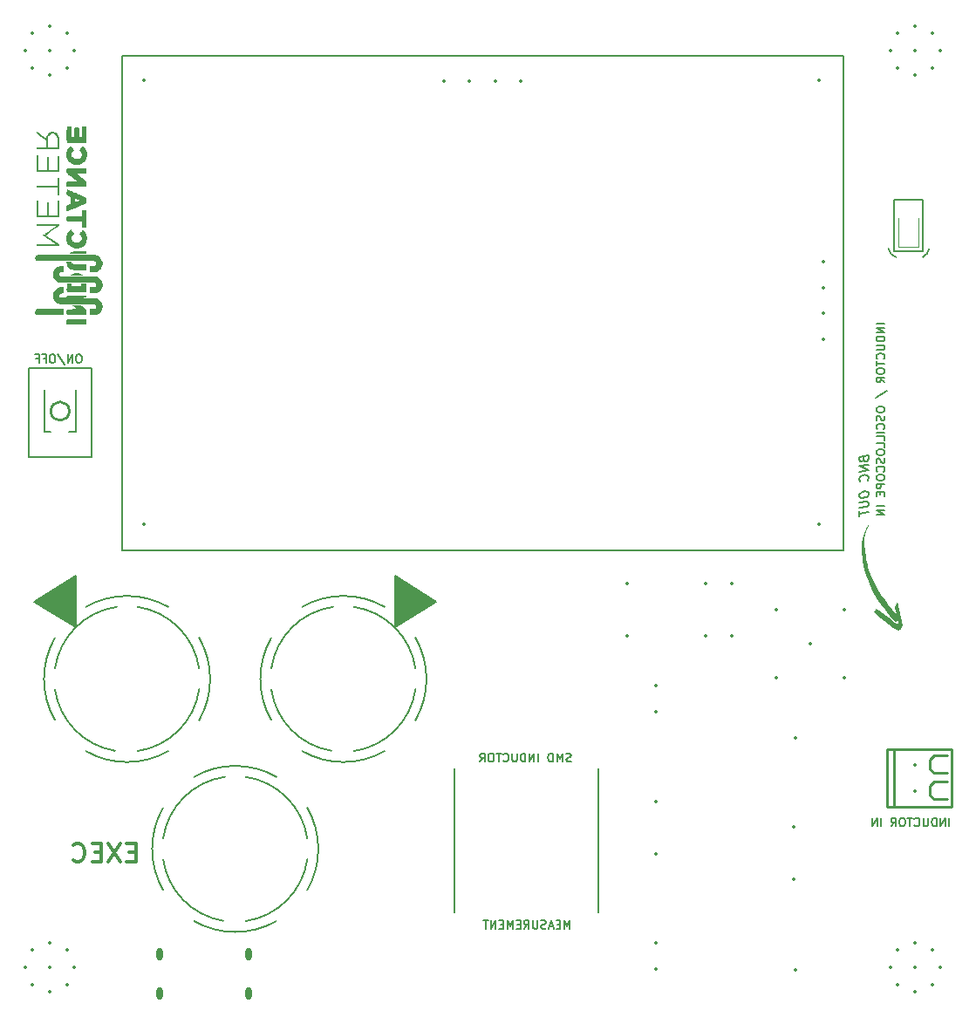
<source format=gbo>
%TF.GenerationSoftware,KiCad,Pcbnew,8.0.7*%
%TF.CreationDate,2025-01-06T20:38:14+08:00*%
%TF.ProjectId,Inductance Meter V2-0,496e6475-6374-4616-9e63-65204d657465,rev?*%
%TF.SameCoordinates,Original*%
%TF.FileFunction,Legend,Bot*%
%TF.FilePolarity,Positive*%
%FSLAX46Y46*%
G04 Gerber Fmt 4.6, Leading zero omitted, Abs format (unit mm)*
G04 Created by KiCad (PCBNEW 8.0.7) date 2025-01-06 20:38:14*
%MOMM*%
%LPD*%
G01*
G04 APERTURE LIST*
%ADD10C,0.152400*%
%ADD11C,0.352400*%
%ADD12C,0.120000*%
%ADD13C,0.000000*%
%ADD14C,0.250000*%
%ADD15C,0.150000*%
%ADD16C,0.350000*%
%ADD17O,0.700024X1.199998*%
G04 APERTURE END LIST*
D10*
X105050000Y-80010000D02*
X111100000Y-80010000D01*
X111100000Y-88590000D01*
X105050000Y-88590000D01*
X105050000Y-80010000D01*
X109550001Y-105150001D02*
X105550001Y-102650001D01*
X109550001Y-100150001D01*
X109550001Y-105150001D01*
G36*
X109550001Y-105150001D02*
G01*
X105550001Y-102650001D01*
X109550001Y-100150001D01*
X109550001Y-105150001D01*
G37*
X144549999Y-102650001D02*
X140549999Y-105150001D01*
X140549999Y-100150001D01*
X144549999Y-102650001D01*
G36*
X144549999Y-102650001D02*
G01*
X140549999Y-105150001D01*
X140549999Y-100150001D01*
X144549999Y-102650001D01*
G37*
X189000000Y-63600000D02*
X191800000Y-63600000D01*
X191800000Y-68600000D01*
X189000000Y-68600000D01*
X189000000Y-63600000D01*
X189200000Y-69199999D02*
G75*
G02*
X188457888Y-68390816I240000J964999D01*
G01*
X192399999Y-68400000D02*
G75*
G02*
X191796859Y-69193111I-1039999J165000D01*
G01*
X109941394Y-78639803D02*
X109786575Y-78639803D01*
X109786575Y-78639803D02*
X109709165Y-78678508D01*
X109709165Y-78678508D02*
X109631756Y-78755918D01*
X109631756Y-78755918D02*
X109593051Y-78910737D01*
X109593051Y-78910737D02*
X109593051Y-79181670D01*
X109593051Y-79181670D02*
X109631756Y-79336489D01*
X109631756Y-79336489D02*
X109709165Y-79413899D01*
X109709165Y-79413899D02*
X109786575Y-79452603D01*
X109786575Y-79452603D02*
X109941394Y-79452603D01*
X109941394Y-79452603D02*
X110018803Y-79413899D01*
X110018803Y-79413899D02*
X110096213Y-79336489D01*
X110096213Y-79336489D02*
X110134917Y-79181670D01*
X110134917Y-79181670D02*
X110134917Y-78910737D01*
X110134917Y-78910737D02*
X110096213Y-78755918D01*
X110096213Y-78755918D02*
X110018803Y-78678508D01*
X110018803Y-78678508D02*
X109941394Y-78639803D01*
X109244708Y-79452603D02*
X109244708Y-78639803D01*
X109244708Y-78639803D02*
X108780251Y-79452603D01*
X108780251Y-79452603D02*
X108780251Y-78639803D01*
X107812631Y-78601099D02*
X108509317Y-79646127D01*
X107386879Y-78639803D02*
X107232060Y-78639803D01*
X107232060Y-78639803D02*
X107154650Y-78678508D01*
X107154650Y-78678508D02*
X107077241Y-78755918D01*
X107077241Y-78755918D02*
X107038536Y-78910737D01*
X107038536Y-78910737D02*
X107038536Y-79181670D01*
X107038536Y-79181670D02*
X107077241Y-79336489D01*
X107077241Y-79336489D02*
X107154650Y-79413899D01*
X107154650Y-79413899D02*
X107232060Y-79452603D01*
X107232060Y-79452603D02*
X107386879Y-79452603D01*
X107386879Y-79452603D02*
X107464288Y-79413899D01*
X107464288Y-79413899D02*
X107541698Y-79336489D01*
X107541698Y-79336489D02*
X107580402Y-79181670D01*
X107580402Y-79181670D02*
X107580402Y-78910737D01*
X107580402Y-78910737D02*
X107541698Y-78755918D01*
X107541698Y-78755918D02*
X107464288Y-78678508D01*
X107464288Y-78678508D02*
X107386879Y-78639803D01*
X106419259Y-79026851D02*
X106690193Y-79026851D01*
X106690193Y-79452603D02*
X106690193Y-78639803D01*
X106690193Y-78639803D02*
X106303145Y-78639803D01*
X105722573Y-79026851D02*
X105993507Y-79026851D01*
X105993507Y-79452603D02*
X105993507Y-78639803D01*
X105993507Y-78639803D02*
X105606459Y-78639803D01*
X194356213Y-124442603D02*
X194356213Y-123629803D01*
X193969165Y-124442603D02*
X193969165Y-123629803D01*
X193969165Y-123629803D02*
X193504708Y-124442603D01*
X193504708Y-124442603D02*
X193504708Y-123629803D01*
X193117660Y-124442603D02*
X193117660Y-123629803D01*
X193117660Y-123629803D02*
X192924136Y-123629803D01*
X192924136Y-123629803D02*
X192808022Y-123668508D01*
X192808022Y-123668508D02*
X192730612Y-123745918D01*
X192730612Y-123745918D02*
X192691907Y-123823327D01*
X192691907Y-123823327D02*
X192653203Y-123978146D01*
X192653203Y-123978146D02*
X192653203Y-124094260D01*
X192653203Y-124094260D02*
X192691907Y-124249079D01*
X192691907Y-124249079D02*
X192730612Y-124326489D01*
X192730612Y-124326489D02*
X192808022Y-124403899D01*
X192808022Y-124403899D02*
X192924136Y-124442603D01*
X192924136Y-124442603D02*
X193117660Y-124442603D01*
X192304860Y-123629803D02*
X192304860Y-124287784D01*
X192304860Y-124287784D02*
X192266155Y-124365194D01*
X192266155Y-124365194D02*
X192227450Y-124403899D01*
X192227450Y-124403899D02*
X192150041Y-124442603D01*
X192150041Y-124442603D02*
X191995222Y-124442603D01*
X191995222Y-124442603D02*
X191917812Y-124403899D01*
X191917812Y-124403899D02*
X191879107Y-124365194D01*
X191879107Y-124365194D02*
X191840403Y-124287784D01*
X191840403Y-124287784D02*
X191840403Y-123629803D01*
X190988898Y-124365194D02*
X191027602Y-124403899D01*
X191027602Y-124403899D02*
X191143717Y-124442603D01*
X191143717Y-124442603D02*
X191221126Y-124442603D01*
X191221126Y-124442603D02*
X191337240Y-124403899D01*
X191337240Y-124403899D02*
X191414650Y-124326489D01*
X191414650Y-124326489D02*
X191453355Y-124249079D01*
X191453355Y-124249079D02*
X191492059Y-124094260D01*
X191492059Y-124094260D02*
X191492059Y-123978146D01*
X191492059Y-123978146D02*
X191453355Y-123823327D01*
X191453355Y-123823327D02*
X191414650Y-123745918D01*
X191414650Y-123745918D02*
X191337240Y-123668508D01*
X191337240Y-123668508D02*
X191221126Y-123629803D01*
X191221126Y-123629803D02*
X191143717Y-123629803D01*
X191143717Y-123629803D02*
X191027602Y-123668508D01*
X191027602Y-123668508D02*
X190988898Y-123707213D01*
X190756669Y-123629803D02*
X190292212Y-123629803D01*
X190524440Y-124442603D02*
X190524440Y-123629803D01*
X189866460Y-123629803D02*
X189711641Y-123629803D01*
X189711641Y-123629803D02*
X189634231Y-123668508D01*
X189634231Y-123668508D02*
X189556822Y-123745918D01*
X189556822Y-123745918D02*
X189518117Y-123900737D01*
X189518117Y-123900737D02*
X189518117Y-124171670D01*
X189518117Y-124171670D02*
X189556822Y-124326489D01*
X189556822Y-124326489D02*
X189634231Y-124403899D01*
X189634231Y-124403899D02*
X189711641Y-124442603D01*
X189711641Y-124442603D02*
X189866460Y-124442603D01*
X189866460Y-124442603D02*
X189943869Y-124403899D01*
X189943869Y-124403899D02*
X190021279Y-124326489D01*
X190021279Y-124326489D02*
X190059983Y-124171670D01*
X190059983Y-124171670D02*
X190059983Y-123900737D01*
X190059983Y-123900737D02*
X190021279Y-123745918D01*
X190021279Y-123745918D02*
X189943869Y-123668508D01*
X189943869Y-123668508D02*
X189866460Y-123629803D01*
X188705317Y-124442603D02*
X188976250Y-124055556D01*
X189169774Y-124442603D02*
X189169774Y-123629803D01*
X189169774Y-123629803D02*
X188860136Y-123629803D01*
X188860136Y-123629803D02*
X188782726Y-123668508D01*
X188782726Y-123668508D02*
X188744021Y-123707213D01*
X188744021Y-123707213D02*
X188705317Y-123784622D01*
X188705317Y-123784622D02*
X188705317Y-123900737D01*
X188705317Y-123900737D02*
X188744021Y-123978146D01*
X188744021Y-123978146D02*
X188782726Y-124016851D01*
X188782726Y-124016851D02*
X188860136Y-124055556D01*
X188860136Y-124055556D02*
X189169774Y-124055556D01*
X187737698Y-124442603D02*
X187737698Y-123629803D01*
X187350650Y-124442603D02*
X187350650Y-123629803D01*
X187350650Y-123629803D02*
X186886193Y-124442603D01*
X186886193Y-124442603D02*
X186886193Y-123629803D01*
X157536213Y-134372603D02*
X157536213Y-133559803D01*
X157536213Y-133559803D02*
X157265279Y-134140375D01*
X157265279Y-134140375D02*
X156994346Y-133559803D01*
X156994346Y-133559803D02*
X156994346Y-134372603D01*
X156607299Y-133946851D02*
X156336365Y-133946851D01*
X156220251Y-134372603D02*
X156607299Y-134372603D01*
X156607299Y-134372603D02*
X156607299Y-133559803D01*
X156607299Y-133559803D02*
X156220251Y-133559803D01*
X155910613Y-134140375D02*
X155523566Y-134140375D01*
X155988023Y-134372603D02*
X155717090Y-133559803D01*
X155717090Y-133559803D02*
X155446156Y-134372603D01*
X155213927Y-134333899D02*
X155097813Y-134372603D01*
X155097813Y-134372603D02*
X154904289Y-134372603D01*
X154904289Y-134372603D02*
X154826880Y-134333899D01*
X154826880Y-134333899D02*
X154788175Y-134295194D01*
X154788175Y-134295194D02*
X154749470Y-134217784D01*
X154749470Y-134217784D02*
X154749470Y-134140375D01*
X154749470Y-134140375D02*
X154788175Y-134062965D01*
X154788175Y-134062965D02*
X154826880Y-134024260D01*
X154826880Y-134024260D02*
X154904289Y-133985556D01*
X154904289Y-133985556D02*
X155059108Y-133946851D01*
X155059108Y-133946851D02*
X155136518Y-133908146D01*
X155136518Y-133908146D02*
X155175223Y-133869441D01*
X155175223Y-133869441D02*
X155213927Y-133792032D01*
X155213927Y-133792032D02*
X155213927Y-133714622D01*
X155213927Y-133714622D02*
X155175223Y-133637213D01*
X155175223Y-133637213D02*
X155136518Y-133598508D01*
X155136518Y-133598508D02*
X155059108Y-133559803D01*
X155059108Y-133559803D02*
X154865585Y-133559803D01*
X154865585Y-133559803D02*
X154749470Y-133598508D01*
X154401128Y-133559803D02*
X154401128Y-134217784D01*
X154401128Y-134217784D02*
X154362423Y-134295194D01*
X154362423Y-134295194D02*
X154323718Y-134333899D01*
X154323718Y-134333899D02*
X154246309Y-134372603D01*
X154246309Y-134372603D02*
X154091490Y-134372603D01*
X154091490Y-134372603D02*
X154014080Y-134333899D01*
X154014080Y-134333899D02*
X153975375Y-134295194D01*
X153975375Y-134295194D02*
X153936671Y-134217784D01*
X153936671Y-134217784D02*
X153936671Y-133559803D01*
X153085166Y-134372603D02*
X153356099Y-133985556D01*
X153549623Y-134372603D02*
X153549623Y-133559803D01*
X153549623Y-133559803D02*
X153239985Y-133559803D01*
X153239985Y-133559803D02*
X153162575Y-133598508D01*
X153162575Y-133598508D02*
X153123870Y-133637213D01*
X153123870Y-133637213D02*
X153085166Y-133714622D01*
X153085166Y-133714622D02*
X153085166Y-133830737D01*
X153085166Y-133830737D02*
X153123870Y-133908146D01*
X153123870Y-133908146D02*
X153162575Y-133946851D01*
X153162575Y-133946851D02*
X153239985Y-133985556D01*
X153239985Y-133985556D02*
X153549623Y-133985556D01*
X152736823Y-133946851D02*
X152465889Y-133946851D01*
X152349775Y-134372603D02*
X152736823Y-134372603D01*
X152736823Y-134372603D02*
X152736823Y-133559803D01*
X152736823Y-133559803D02*
X152349775Y-133559803D01*
X152001433Y-134372603D02*
X152001433Y-133559803D01*
X152001433Y-133559803D02*
X151730499Y-134140375D01*
X151730499Y-134140375D02*
X151459566Y-133559803D01*
X151459566Y-133559803D02*
X151459566Y-134372603D01*
X151072519Y-133946851D02*
X150801585Y-133946851D01*
X150685471Y-134372603D02*
X151072519Y-134372603D01*
X151072519Y-134372603D02*
X151072519Y-133559803D01*
X151072519Y-133559803D02*
X150685471Y-133559803D01*
X150337129Y-134372603D02*
X150337129Y-133559803D01*
X150337129Y-133559803D02*
X149872672Y-134372603D01*
X149872672Y-134372603D02*
X149872672Y-133559803D01*
X149601738Y-133559803D02*
X149137281Y-133559803D01*
X149369509Y-134372603D02*
X149369509Y-133559803D01*
X157634917Y-118133899D02*
X157518803Y-118172603D01*
X157518803Y-118172603D02*
X157325279Y-118172603D01*
X157325279Y-118172603D02*
X157247870Y-118133899D01*
X157247870Y-118133899D02*
X157209165Y-118095194D01*
X157209165Y-118095194D02*
X157170460Y-118017784D01*
X157170460Y-118017784D02*
X157170460Y-117940375D01*
X157170460Y-117940375D02*
X157209165Y-117862965D01*
X157209165Y-117862965D02*
X157247870Y-117824260D01*
X157247870Y-117824260D02*
X157325279Y-117785556D01*
X157325279Y-117785556D02*
X157480098Y-117746851D01*
X157480098Y-117746851D02*
X157557508Y-117708146D01*
X157557508Y-117708146D02*
X157596213Y-117669441D01*
X157596213Y-117669441D02*
X157634917Y-117592032D01*
X157634917Y-117592032D02*
X157634917Y-117514622D01*
X157634917Y-117514622D02*
X157596213Y-117437213D01*
X157596213Y-117437213D02*
X157557508Y-117398508D01*
X157557508Y-117398508D02*
X157480098Y-117359803D01*
X157480098Y-117359803D02*
X157286575Y-117359803D01*
X157286575Y-117359803D02*
X157170460Y-117398508D01*
X156822118Y-118172603D02*
X156822118Y-117359803D01*
X156822118Y-117359803D02*
X156551184Y-117940375D01*
X156551184Y-117940375D02*
X156280251Y-117359803D01*
X156280251Y-117359803D02*
X156280251Y-118172603D01*
X155893204Y-118172603D02*
X155893204Y-117359803D01*
X155893204Y-117359803D02*
X155699680Y-117359803D01*
X155699680Y-117359803D02*
X155583566Y-117398508D01*
X155583566Y-117398508D02*
X155506156Y-117475918D01*
X155506156Y-117475918D02*
X155467451Y-117553327D01*
X155467451Y-117553327D02*
X155428747Y-117708146D01*
X155428747Y-117708146D02*
X155428747Y-117824260D01*
X155428747Y-117824260D02*
X155467451Y-117979079D01*
X155467451Y-117979079D02*
X155506156Y-118056489D01*
X155506156Y-118056489D02*
X155583566Y-118133899D01*
X155583566Y-118133899D02*
X155699680Y-118172603D01*
X155699680Y-118172603D02*
X155893204Y-118172603D01*
X154461128Y-118172603D02*
X154461128Y-117359803D01*
X154074080Y-118172603D02*
X154074080Y-117359803D01*
X154074080Y-117359803D02*
X153609623Y-118172603D01*
X153609623Y-118172603D02*
X153609623Y-117359803D01*
X153222575Y-118172603D02*
X153222575Y-117359803D01*
X153222575Y-117359803D02*
X153029051Y-117359803D01*
X153029051Y-117359803D02*
X152912937Y-117398508D01*
X152912937Y-117398508D02*
X152835527Y-117475918D01*
X152835527Y-117475918D02*
X152796822Y-117553327D01*
X152796822Y-117553327D02*
X152758118Y-117708146D01*
X152758118Y-117708146D02*
X152758118Y-117824260D01*
X152758118Y-117824260D02*
X152796822Y-117979079D01*
X152796822Y-117979079D02*
X152835527Y-118056489D01*
X152835527Y-118056489D02*
X152912937Y-118133899D01*
X152912937Y-118133899D02*
X153029051Y-118172603D01*
X153029051Y-118172603D02*
X153222575Y-118172603D01*
X152409775Y-117359803D02*
X152409775Y-118017784D01*
X152409775Y-118017784D02*
X152371070Y-118095194D01*
X152371070Y-118095194D02*
X152332365Y-118133899D01*
X152332365Y-118133899D02*
X152254956Y-118172603D01*
X152254956Y-118172603D02*
X152100137Y-118172603D01*
X152100137Y-118172603D02*
X152022727Y-118133899D01*
X152022727Y-118133899D02*
X151984022Y-118095194D01*
X151984022Y-118095194D02*
X151945318Y-118017784D01*
X151945318Y-118017784D02*
X151945318Y-117359803D01*
X151093813Y-118095194D02*
X151132517Y-118133899D01*
X151132517Y-118133899D02*
X151248632Y-118172603D01*
X151248632Y-118172603D02*
X151326041Y-118172603D01*
X151326041Y-118172603D02*
X151442155Y-118133899D01*
X151442155Y-118133899D02*
X151519565Y-118056489D01*
X151519565Y-118056489D02*
X151558270Y-117979079D01*
X151558270Y-117979079D02*
X151596974Y-117824260D01*
X151596974Y-117824260D02*
X151596974Y-117708146D01*
X151596974Y-117708146D02*
X151558270Y-117553327D01*
X151558270Y-117553327D02*
X151519565Y-117475918D01*
X151519565Y-117475918D02*
X151442155Y-117398508D01*
X151442155Y-117398508D02*
X151326041Y-117359803D01*
X151326041Y-117359803D02*
X151248632Y-117359803D01*
X151248632Y-117359803D02*
X151132517Y-117398508D01*
X151132517Y-117398508D02*
X151093813Y-117437213D01*
X150861584Y-117359803D02*
X150397127Y-117359803D01*
X150629355Y-118172603D02*
X150629355Y-117359803D01*
X149971375Y-117359803D02*
X149816556Y-117359803D01*
X149816556Y-117359803D02*
X149739146Y-117398508D01*
X149739146Y-117398508D02*
X149661737Y-117475918D01*
X149661737Y-117475918D02*
X149623032Y-117630737D01*
X149623032Y-117630737D02*
X149623032Y-117901670D01*
X149623032Y-117901670D02*
X149661737Y-118056489D01*
X149661737Y-118056489D02*
X149739146Y-118133899D01*
X149739146Y-118133899D02*
X149816556Y-118172603D01*
X149816556Y-118172603D02*
X149971375Y-118172603D01*
X149971375Y-118172603D02*
X150048784Y-118133899D01*
X150048784Y-118133899D02*
X150126194Y-118056489D01*
X150126194Y-118056489D02*
X150164898Y-117901670D01*
X150164898Y-117901670D02*
X150164898Y-117630737D01*
X150164898Y-117630737D02*
X150126194Y-117475918D01*
X150126194Y-117475918D02*
X150048784Y-117398508D01*
X150048784Y-117398508D02*
X149971375Y-117359803D01*
X148810232Y-118172603D02*
X149081165Y-117785556D01*
X149274689Y-118172603D02*
X149274689Y-117359803D01*
X149274689Y-117359803D02*
X148965051Y-117359803D01*
X148965051Y-117359803D02*
X148887641Y-117398508D01*
X148887641Y-117398508D02*
X148848936Y-117437213D01*
X148848936Y-117437213D02*
X148810232Y-117514622D01*
X148810232Y-117514622D02*
X148810232Y-117630737D01*
X148810232Y-117630737D02*
X148848936Y-117708146D01*
X148848936Y-117708146D02*
X148887641Y-117746851D01*
X148887641Y-117746851D02*
X148965051Y-117785556D01*
X148965051Y-117785556D02*
X149274689Y-117785556D01*
D11*
X115386538Y-126960260D02*
X114782272Y-126960260D01*
X114523300Y-127909822D02*
X115386538Y-127909822D01*
X115386538Y-127909822D02*
X115386538Y-126097022D01*
X115386538Y-126097022D02*
X114523300Y-126097022D01*
X113919034Y-126097022D02*
X112710501Y-127909822D01*
X112710501Y-126097022D02*
X113919034Y-127909822D01*
X112019910Y-126960260D02*
X111415644Y-126960260D01*
X111156672Y-127909822D02*
X112019910Y-127909822D01*
X112019910Y-127909822D02*
X112019910Y-126097022D01*
X112019910Y-126097022D02*
X111156672Y-126097022D01*
X109343873Y-127737175D02*
X109430197Y-127823499D01*
X109430197Y-127823499D02*
X109689168Y-127909822D01*
X109689168Y-127909822D02*
X109861816Y-127909822D01*
X109861816Y-127909822D02*
X110120787Y-127823499D01*
X110120787Y-127823499D02*
X110293435Y-127650851D01*
X110293435Y-127650851D02*
X110379758Y-127478203D01*
X110379758Y-127478203D02*
X110466082Y-127132908D01*
X110466082Y-127132908D02*
X110466082Y-126873937D01*
X110466082Y-126873937D02*
X110379758Y-126528641D01*
X110379758Y-126528641D02*
X110293435Y-126355994D01*
X110293435Y-126355994D02*
X110120787Y-126183346D01*
X110120787Y-126183346D02*
X109861816Y-126097022D01*
X109861816Y-126097022D02*
X109689168Y-126097022D01*
X109689168Y-126097022D02*
X109430197Y-126183346D01*
X109430197Y-126183346D02*
X109343873Y-126269670D01*
D10*
X188102603Y-75683786D02*
X187289803Y-75683786D01*
X188102603Y-76070834D02*
X187289803Y-76070834D01*
X187289803Y-76070834D02*
X188102603Y-76535291D01*
X188102603Y-76535291D02*
X187289803Y-76535291D01*
X188102603Y-76922339D02*
X187289803Y-76922339D01*
X187289803Y-76922339D02*
X187289803Y-77115863D01*
X187289803Y-77115863D02*
X187328508Y-77231977D01*
X187328508Y-77231977D02*
X187405918Y-77309387D01*
X187405918Y-77309387D02*
X187483327Y-77348092D01*
X187483327Y-77348092D02*
X187638146Y-77386796D01*
X187638146Y-77386796D02*
X187754260Y-77386796D01*
X187754260Y-77386796D02*
X187909079Y-77348092D01*
X187909079Y-77348092D02*
X187986489Y-77309387D01*
X187986489Y-77309387D02*
X188063899Y-77231977D01*
X188063899Y-77231977D02*
X188102603Y-77115863D01*
X188102603Y-77115863D02*
X188102603Y-76922339D01*
X187289803Y-77735139D02*
X187947784Y-77735139D01*
X187947784Y-77735139D02*
X188025194Y-77773844D01*
X188025194Y-77773844D02*
X188063899Y-77812549D01*
X188063899Y-77812549D02*
X188102603Y-77889958D01*
X188102603Y-77889958D02*
X188102603Y-78044777D01*
X188102603Y-78044777D02*
X188063899Y-78122187D01*
X188063899Y-78122187D02*
X188025194Y-78160892D01*
X188025194Y-78160892D02*
X187947784Y-78199596D01*
X187947784Y-78199596D02*
X187289803Y-78199596D01*
X188025194Y-79051101D02*
X188063899Y-79012397D01*
X188063899Y-79012397D02*
X188102603Y-78896282D01*
X188102603Y-78896282D02*
X188102603Y-78818873D01*
X188102603Y-78818873D02*
X188063899Y-78702759D01*
X188063899Y-78702759D02*
X187986489Y-78625349D01*
X187986489Y-78625349D02*
X187909079Y-78586644D01*
X187909079Y-78586644D02*
X187754260Y-78547940D01*
X187754260Y-78547940D02*
X187638146Y-78547940D01*
X187638146Y-78547940D02*
X187483327Y-78586644D01*
X187483327Y-78586644D02*
X187405918Y-78625349D01*
X187405918Y-78625349D02*
X187328508Y-78702759D01*
X187328508Y-78702759D02*
X187289803Y-78818873D01*
X187289803Y-78818873D02*
X187289803Y-78896282D01*
X187289803Y-78896282D02*
X187328508Y-79012397D01*
X187328508Y-79012397D02*
X187367213Y-79051101D01*
X187289803Y-79283330D02*
X187289803Y-79747787D01*
X188102603Y-79515559D02*
X187289803Y-79515559D01*
X187289803Y-80173539D02*
X187289803Y-80328358D01*
X187289803Y-80328358D02*
X187328508Y-80405768D01*
X187328508Y-80405768D02*
X187405918Y-80483177D01*
X187405918Y-80483177D02*
X187560737Y-80521882D01*
X187560737Y-80521882D02*
X187831670Y-80521882D01*
X187831670Y-80521882D02*
X187986489Y-80483177D01*
X187986489Y-80483177D02*
X188063899Y-80405768D01*
X188063899Y-80405768D02*
X188102603Y-80328358D01*
X188102603Y-80328358D02*
X188102603Y-80173539D01*
X188102603Y-80173539D02*
X188063899Y-80096130D01*
X188063899Y-80096130D02*
X187986489Y-80018720D01*
X187986489Y-80018720D02*
X187831670Y-79980016D01*
X187831670Y-79980016D02*
X187560737Y-79980016D01*
X187560737Y-79980016D02*
X187405918Y-80018720D01*
X187405918Y-80018720D02*
X187328508Y-80096130D01*
X187328508Y-80096130D02*
X187289803Y-80173539D01*
X188102603Y-81334682D02*
X187715556Y-81063749D01*
X188102603Y-80870225D02*
X187289803Y-80870225D01*
X187289803Y-80870225D02*
X187289803Y-81179863D01*
X187289803Y-81179863D02*
X187328508Y-81257273D01*
X187328508Y-81257273D02*
X187367213Y-81295978D01*
X187367213Y-81295978D02*
X187444622Y-81334682D01*
X187444622Y-81334682D02*
X187560737Y-81334682D01*
X187560737Y-81334682D02*
X187638146Y-81295978D01*
X187638146Y-81295978D02*
X187676851Y-81257273D01*
X187676851Y-81257273D02*
X187715556Y-81179863D01*
X187715556Y-81179863D02*
X187715556Y-80870225D01*
X187251099Y-82882873D02*
X188296127Y-82186187D01*
X187289803Y-83927901D02*
X187289803Y-84082720D01*
X187289803Y-84082720D02*
X187328508Y-84160130D01*
X187328508Y-84160130D02*
X187405918Y-84237539D01*
X187405918Y-84237539D02*
X187560737Y-84276244D01*
X187560737Y-84276244D02*
X187831670Y-84276244D01*
X187831670Y-84276244D02*
X187986489Y-84237539D01*
X187986489Y-84237539D02*
X188063899Y-84160130D01*
X188063899Y-84160130D02*
X188102603Y-84082720D01*
X188102603Y-84082720D02*
X188102603Y-83927901D01*
X188102603Y-83927901D02*
X188063899Y-83850492D01*
X188063899Y-83850492D02*
X187986489Y-83773082D01*
X187986489Y-83773082D02*
X187831670Y-83734378D01*
X187831670Y-83734378D02*
X187560737Y-83734378D01*
X187560737Y-83734378D02*
X187405918Y-83773082D01*
X187405918Y-83773082D02*
X187328508Y-83850492D01*
X187328508Y-83850492D02*
X187289803Y-83927901D01*
X188063899Y-84585883D02*
X188102603Y-84701997D01*
X188102603Y-84701997D02*
X188102603Y-84895521D01*
X188102603Y-84895521D02*
X188063899Y-84972930D01*
X188063899Y-84972930D02*
X188025194Y-85011635D01*
X188025194Y-85011635D02*
X187947784Y-85050340D01*
X187947784Y-85050340D02*
X187870375Y-85050340D01*
X187870375Y-85050340D02*
X187792965Y-85011635D01*
X187792965Y-85011635D02*
X187754260Y-84972930D01*
X187754260Y-84972930D02*
X187715556Y-84895521D01*
X187715556Y-84895521D02*
X187676851Y-84740702D01*
X187676851Y-84740702D02*
X187638146Y-84663292D01*
X187638146Y-84663292D02*
X187599441Y-84624587D01*
X187599441Y-84624587D02*
X187522032Y-84585883D01*
X187522032Y-84585883D02*
X187444622Y-84585883D01*
X187444622Y-84585883D02*
X187367213Y-84624587D01*
X187367213Y-84624587D02*
X187328508Y-84663292D01*
X187328508Y-84663292D02*
X187289803Y-84740702D01*
X187289803Y-84740702D02*
X187289803Y-84934225D01*
X187289803Y-84934225D02*
X187328508Y-85050340D01*
X188025194Y-85863139D02*
X188063899Y-85824435D01*
X188063899Y-85824435D02*
X188102603Y-85708320D01*
X188102603Y-85708320D02*
X188102603Y-85630911D01*
X188102603Y-85630911D02*
X188063899Y-85514797D01*
X188063899Y-85514797D02*
X187986489Y-85437387D01*
X187986489Y-85437387D02*
X187909079Y-85398682D01*
X187909079Y-85398682D02*
X187754260Y-85359978D01*
X187754260Y-85359978D02*
X187638146Y-85359978D01*
X187638146Y-85359978D02*
X187483327Y-85398682D01*
X187483327Y-85398682D02*
X187405918Y-85437387D01*
X187405918Y-85437387D02*
X187328508Y-85514797D01*
X187328508Y-85514797D02*
X187289803Y-85630911D01*
X187289803Y-85630911D02*
X187289803Y-85708320D01*
X187289803Y-85708320D02*
X187328508Y-85824435D01*
X187328508Y-85824435D02*
X187367213Y-85863139D01*
X188102603Y-86211482D02*
X187289803Y-86211482D01*
X188102603Y-86985578D02*
X188102603Y-86598530D01*
X188102603Y-86598530D02*
X187289803Y-86598530D01*
X188102603Y-87643559D02*
X188102603Y-87256511D01*
X188102603Y-87256511D02*
X187289803Y-87256511D01*
X187289803Y-88069311D02*
X187289803Y-88224130D01*
X187289803Y-88224130D02*
X187328508Y-88301540D01*
X187328508Y-88301540D02*
X187405918Y-88378949D01*
X187405918Y-88378949D02*
X187560737Y-88417654D01*
X187560737Y-88417654D02*
X187831670Y-88417654D01*
X187831670Y-88417654D02*
X187986489Y-88378949D01*
X187986489Y-88378949D02*
X188063899Y-88301540D01*
X188063899Y-88301540D02*
X188102603Y-88224130D01*
X188102603Y-88224130D02*
X188102603Y-88069311D01*
X188102603Y-88069311D02*
X188063899Y-87991902D01*
X188063899Y-87991902D02*
X187986489Y-87914492D01*
X187986489Y-87914492D02*
X187831670Y-87875788D01*
X187831670Y-87875788D02*
X187560737Y-87875788D01*
X187560737Y-87875788D02*
X187405918Y-87914492D01*
X187405918Y-87914492D02*
X187328508Y-87991902D01*
X187328508Y-87991902D02*
X187289803Y-88069311D01*
X188063899Y-88727293D02*
X188102603Y-88843407D01*
X188102603Y-88843407D02*
X188102603Y-89036931D01*
X188102603Y-89036931D02*
X188063899Y-89114340D01*
X188063899Y-89114340D02*
X188025194Y-89153045D01*
X188025194Y-89153045D02*
X187947784Y-89191750D01*
X187947784Y-89191750D02*
X187870375Y-89191750D01*
X187870375Y-89191750D02*
X187792965Y-89153045D01*
X187792965Y-89153045D02*
X187754260Y-89114340D01*
X187754260Y-89114340D02*
X187715556Y-89036931D01*
X187715556Y-89036931D02*
X187676851Y-88882112D01*
X187676851Y-88882112D02*
X187638146Y-88804702D01*
X187638146Y-88804702D02*
X187599441Y-88765997D01*
X187599441Y-88765997D02*
X187522032Y-88727293D01*
X187522032Y-88727293D02*
X187444622Y-88727293D01*
X187444622Y-88727293D02*
X187367213Y-88765997D01*
X187367213Y-88765997D02*
X187328508Y-88804702D01*
X187328508Y-88804702D02*
X187289803Y-88882112D01*
X187289803Y-88882112D02*
X187289803Y-89075635D01*
X187289803Y-89075635D02*
X187328508Y-89191750D01*
X188025194Y-90004549D02*
X188063899Y-89965845D01*
X188063899Y-89965845D02*
X188102603Y-89849730D01*
X188102603Y-89849730D02*
X188102603Y-89772321D01*
X188102603Y-89772321D02*
X188063899Y-89656207D01*
X188063899Y-89656207D02*
X187986489Y-89578797D01*
X187986489Y-89578797D02*
X187909079Y-89540092D01*
X187909079Y-89540092D02*
X187754260Y-89501388D01*
X187754260Y-89501388D02*
X187638146Y-89501388D01*
X187638146Y-89501388D02*
X187483327Y-89540092D01*
X187483327Y-89540092D02*
X187405918Y-89578797D01*
X187405918Y-89578797D02*
X187328508Y-89656207D01*
X187328508Y-89656207D02*
X187289803Y-89772321D01*
X187289803Y-89772321D02*
X187289803Y-89849730D01*
X187289803Y-89849730D02*
X187328508Y-89965845D01*
X187328508Y-89965845D02*
X187367213Y-90004549D01*
X187289803Y-90507711D02*
X187289803Y-90662530D01*
X187289803Y-90662530D02*
X187328508Y-90739940D01*
X187328508Y-90739940D02*
X187405918Y-90817349D01*
X187405918Y-90817349D02*
X187560737Y-90856054D01*
X187560737Y-90856054D02*
X187831670Y-90856054D01*
X187831670Y-90856054D02*
X187986489Y-90817349D01*
X187986489Y-90817349D02*
X188063899Y-90739940D01*
X188063899Y-90739940D02*
X188102603Y-90662530D01*
X188102603Y-90662530D02*
X188102603Y-90507711D01*
X188102603Y-90507711D02*
X188063899Y-90430302D01*
X188063899Y-90430302D02*
X187986489Y-90352892D01*
X187986489Y-90352892D02*
X187831670Y-90314188D01*
X187831670Y-90314188D02*
X187560737Y-90314188D01*
X187560737Y-90314188D02*
X187405918Y-90352892D01*
X187405918Y-90352892D02*
X187328508Y-90430302D01*
X187328508Y-90430302D02*
X187289803Y-90507711D01*
X188102603Y-91204397D02*
X187289803Y-91204397D01*
X187289803Y-91204397D02*
X187289803Y-91514035D01*
X187289803Y-91514035D02*
X187328508Y-91591445D01*
X187328508Y-91591445D02*
X187367213Y-91630150D01*
X187367213Y-91630150D02*
X187444622Y-91668854D01*
X187444622Y-91668854D02*
X187560737Y-91668854D01*
X187560737Y-91668854D02*
X187638146Y-91630150D01*
X187638146Y-91630150D02*
X187676851Y-91591445D01*
X187676851Y-91591445D02*
X187715556Y-91514035D01*
X187715556Y-91514035D02*
X187715556Y-91204397D01*
X187676851Y-92017197D02*
X187676851Y-92288131D01*
X188102603Y-92404245D02*
X188102603Y-92017197D01*
X188102603Y-92017197D02*
X187289803Y-92017197D01*
X187289803Y-92017197D02*
X187289803Y-92404245D01*
X188102603Y-93371863D02*
X187289803Y-93371863D01*
X188102603Y-93758911D02*
X187289803Y-93758911D01*
X187289803Y-93758911D02*
X188102603Y-94223368D01*
X188102603Y-94223368D02*
X187289803Y-94223368D01*
X186052232Y-88826196D02*
X186095699Y-88951163D01*
X186095699Y-88951163D02*
X186139165Y-88989196D01*
X186139165Y-88989196D02*
X186226099Y-89021796D01*
X186226099Y-89021796D02*
X186356499Y-89005496D01*
X186356499Y-89005496D02*
X186443432Y-88951163D01*
X186443432Y-88951163D02*
X186486899Y-88902263D01*
X186486899Y-88902263D02*
X186530365Y-88809896D01*
X186530365Y-88809896D02*
X186530365Y-88462163D01*
X186530365Y-88462163D02*
X185617565Y-88576263D01*
X185617565Y-88576263D02*
X185617565Y-88880529D01*
X185617565Y-88880529D02*
X185661032Y-88962029D01*
X185661032Y-88962029D02*
X185704499Y-89000063D01*
X185704499Y-89000063D02*
X185791432Y-89032663D01*
X185791432Y-89032663D02*
X185878365Y-89021796D01*
X185878365Y-89021796D02*
X185965299Y-88967463D01*
X185965299Y-88967463D02*
X186008765Y-88918563D01*
X186008765Y-88918563D02*
X186052232Y-88826196D01*
X186052232Y-88826196D02*
X186052232Y-88521929D01*
X186530365Y-89374963D02*
X185617565Y-89489063D01*
X185617565Y-89489063D02*
X186530365Y-89896563D01*
X186530365Y-89896563D02*
X185617565Y-90010663D01*
X186443432Y-90863696D02*
X186486899Y-90814796D01*
X186486899Y-90814796D02*
X186530365Y-90678963D01*
X186530365Y-90678963D02*
X186530365Y-90592030D01*
X186530365Y-90592030D02*
X186486899Y-90467063D01*
X186486899Y-90467063D02*
X186399965Y-90390996D01*
X186399965Y-90390996D02*
X186313032Y-90358396D01*
X186313032Y-90358396D02*
X186139165Y-90336663D01*
X186139165Y-90336663D02*
X186008765Y-90352963D01*
X186008765Y-90352963D02*
X185834899Y-90418163D01*
X185834899Y-90418163D02*
X185747965Y-90472496D01*
X185747965Y-90472496D02*
X185661032Y-90570296D01*
X185661032Y-90570296D02*
X185617565Y-90706130D01*
X185617565Y-90706130D02*
X185617565Y-90793063D01*
X185617565Y-90793063D02*
X185661032Y-90918030D01*
X185661032Y-90918030D02*
X185704499Y-90956063D01*
X185617565Y-92227463D02*
X185617565Y-92401330D01*
X185617565Y-92401330D02*
X185661032Y-92482830D01*
X185661032Y-92482830D02*
X185747965Y-92558897D01*
X185747965Y-92558897D02*
X185921832Y-92580630D01*
X185921832Y-92580630D02*
X186226099Y-92542597D01*
X186226099Y-92542597D02*
X186399965Y-92477397D01*
X186399965Y-92477397D02*
X186486899Y-92379597D01*
X186486899Y-92379597D02*
X186530365Y-92287230D01*
X186530365Y-92287230D02*
X186530365Y-92113363D01*
X186530365Y-92113363D02*
X186486899Y-92031863D01*
X186486899Y-92031863D02*
X186399965Y-91955797D01*
X186399965Y-91955797D02*
X186226099Y-91934063D01*
X186226099Y-91934063D02*
X185921832Y-91972097D01*
X185921832Y-91972097D02*
X185747965Y-92037297D01*
X185747965Y-92037297D02*
X185661032Y-92135097D01*
X185661032Y-92135097D02*
X185617565Y-92227463D01*
X185617565Y-93009864D02*
X186356499Y-92917497D01*
X186356499Y-92917497D02*
X186443432Y-92950097D01*
X186443432Y-92950097D02*
X186486899Y-92988130D01*
X186486899Y-92988130D02*
X186530365Y-93069630D01*
X186530365Y-93069630D02*
X186530365Y-93243497D01*
X186530365Y-93243497D02*
X186486899Y-93335864D01*
X186486899Y-93335864D02*
X186443432Y-93384764D01*
X186443432Y-93384764D02*
X186356499Y-93439097D01*
X186356499Y-93439097D02*
X185617565Y-93531464D01*
X185617565Y-93835731D02*
X185617565Y-94357331D01*
X186530365Y-93982431D02*
X185617565Y-94096531D01*
D12*
%TO.C,D6*%
X189440000Y-65375000D02*
X189440000Y-68235000D01*
X189440000Y-68235000D02*
X191360000Y-68235000D01*
X191360000Y-68235000D02*
X191360000Y-65375000D01*
%TO.C,U8*%
D10*
X184050000Y-49650000D02*
X114050000Y-49650000D01*
X114050000Y-97650000D01*
X184050000Y-97650000D01*
X184050000Y-49650000D01*
%TO.C,L3*%
X146300000Y-118800000D02*
X146300000Y-132800000D01*
X160300000Y-118800000D02*
X160300000Y-132800000D01*
%TO.C,J2*%
X128550001Y-109150000D02*
G75*
G02*
X134550000Y-103150001I7000001J-1000002D01*
G01*
X128550001Y-114150000D02*
G75*
G02*
X128550001Y-106150000I6999999J4000000D01*
G01*
X131550000Y-103150001D02*
G75*
G02*
X139550000Y-103150001I4000000J-6999998D01*
G01*
X134387524Y-117124858D02*
G75*
G02*
X128550001Y-111150000I1162477J6974858D01*
G01*
X136550000Y-103150001D02*
G75*
G02*
X142549999Y-109150000I-1000000J-6999999D01*
G01*
X139550000Y-117149999D02*
G75*
G02*
X131550000Y-117149999I-4000000J6999998D01*
G01*
X142549999Y-106150000D02*
G75*
G02*
X142549999Y-114150000I-6999998J-4000000D01*
G01*
X142549999Y-111150000D02*
G75*
G02*
X136550000Y-117149999I-7000001J1000002D01*
G01*
D13*
%TO.C,G\u002A\u002A\u002A*%
G36*
X186549956Y-95203706D02*
G01*
X186535379Y-95262889D01*
X186500714Y-95356632D01*
X186446847Y-95482372D01*
X186374667Y-95637545D01*
X186332224Y-95727934D01*
X186261184Y-95894514D01*
X186210069Y-96044958D01*
X186174868Y-96194669D01*
X186151572Y-96359050D01*
X186136171Y-96553499D01*
X186131488Y-96670774D01*
X186133098Y-96925759D01*
X186147786Y-97211764D01*
X186174465Y-97520004D01*
X186212049Y-97841692D01*
X186259449Y-98168043D01*
X186315578Y-98490273D01*
X186379352Y-98799598D01*
X186449682Y-99087230D01*
X186491084Y-99237183D01*
X186667394Y-99790913D01*
X186878563Y-100334432D01*
X187126689Y-100872040D01*
X187413874Y-101408042D01*
X187742219Y-101946733D01*
X188113828Y-102492415D01*
X188117186Y-102497106D01*
X188204825Y-102616270D01*
X188313583Y-102759485D01*
X188437325Y-102919063D01*
X188569906Y-103087320D01*
X188705188Y-103256570D01*
X188837030Y-103419129D01*
X188959290Y-103567311D01*
X189065828Y-103693431D01*
X189150500Y-103789803D01*
X189275441Y-103927364D01*
X189216643Y-103700322D01*
X189205981Y-103659068D01*
X189173146Y-103531234D01*
X189140731Y-103404065D01*
X189114422Y-103299848D01*
X189071001Y-103126417D01*
X189146779Y-103005449D01*
X189178192Y-102955330D01*
X189235547Y-102863903D01*
X189284610Y-102785789D01*
X189346663Y-102687096D01*
X189423856Y-102966777D01*
X189437225Y-103015435D01*
X189539536Y-103405745D01*
X189627018Y-103776988D01*
X189704297Y-104149887D01*
X189775996Y-104545168D01*
X189839905Y-104920168D01*
X189744609Y-105123716D01*
X189729006Y-105156666D01*
X189672880Y-105264890D01*
X189622473Y-105337680D01*
X189570144Y-105382060D01*
X189508251Y-105405052D01*
X189429153Y-105413683D01*
X189397373Y-105414541D01*
X189340924Y-105411045D01*
X189286065Y-105396811D01*
X189218857Y-105367480D01*
X189125362Y-105318695D01*
X189062852Y-105282888D01*
X188901275Y-105174222D01*
X188737836Y-105043587D01*
X188719243Y-105027577D01*
X188630650Y-104952955D01*
X188516689Y-104858794D01*
X188386324Y-104752417D01*
X188248510Y-104641147D01*
X188112213Y-104532311D01*
X187923683Y-104382179D01*
X187750099Y-104242532D01*
X187599605Y-104119596D01*
X187464896Y-104007347D01*
X187338672Y-103899762D01*
X187213632Y-103790812D01*
X187071906Y-103666111D01*
X187132411Y-103537109D01*
X187161077Y-103479171D01*
X187199810Y-103409129D01*
X187229655Y-103364305D01*
X187232010Y-103361513D01*
X187254412Y-103340525D01*
X187279971Y-103337598D01*
X187320776Y-103355086D01*
X187388914Y-103395346D01*
X187425310Y-103417940D01*
X187557954Y-103504278D01*
X187717142Y-103612500D01*
X187895343Y-103737136D01*
X188085020Y-103872712D01*
X188278638Y-104013754D01*
X188468664Y-104154792D01*
X188647561Y-104290354D01*
X188807794Y-104414966D01*
X188941829Y-104523157D01*
X189013452Y-104580518D01*
X189124021Y-104663252D01*
X189230664Y-104737241D01*
X189317828Y-104791385D01*
X189479911Y-104882310D01*
X189463115Y-104786655D01*
X189451735Y-104723366D01*
X189424081Y-104583265D01*
X189399594Y-104479457D01*
X189379127Y-104415308D01*
X189363538Y-104394186D01*
X189346297Y-104408288D01*
X189311304Y-104453066D01*
X189268981Y-104517466D01*
X189234459Y-104572689D01*
X189203722Y-104619029D01*
X189189924Y-104635921D01*
X189179867Y-104627275D01*
X189142032Y-104589911D01*
X189082505Y-104529076D01*
X189007462Y-104451247D01*
X188923076Y-104362893D01*
X188835519Y-104270490D01*
X188750965Y-104180511D01*
X188675589Y-104099427D01*
X188615563Y-104033712D01*
X188592692Y-104008228D01*
X188135094Y-103465051D01*
X187716065Y-102901853D01*
X187336610Y-102320689D01*
X186997731Y-101723623D01*
X186700437Y-101112711D01*
X186445733Y-100490011D01*
X186234625Y-99857586D01*
X186068118Y-99217489D01*
X185947219Y-98571782D01*
X185917417Y-98356371D01*
X185872779Y-97880055D01*
X185862229Y-97431226D01*
X185886043Y-97006454D01*
X185944500Y-96602308D01*
X186037871Y-96215354D01*
X186166436Y-95842161D01*
X186167974Y-95838307D01*
X186214154Y-95731700D01*
X186270379Y-95614912D01*
X186331763Y-95496735D01*
X186393416Y-95385964D01*
X186450450Y-95291395D01*
X186497977Y-95221822D01*
X186531110Y-95186040D01*
X186543556Y-95181645D01*
X186549956Y-95203706D01*
G37*
D10*
%TO.C,J4*%
X107550001Y-109150000D02*
G75*
G02*
X113550000Y-103150001I7000001J-1000002D01*
G01*
X107550001Y-114150000D02*
G75*
G02*
X107550001Y-106150000I6999999J4000000D01*
G01*
X110550000Y-103150001D02*
G75*
G02*
X118550000Y-103150001I4000000J-6999998D01*
G01*
X113387524Y-117124858D02*
G75*
G02*
X107550001Y-111150000I1162477J6974858D01*
G01*
X115550000Y-103150001D02*
G75*
G02*
X121549999Y-109150000I-1000000J-6999999D01*
G01*
X118550000Y-117149999D02*
G75*
G02*
X110550000Y-117149999I-4000000J6999998D01*
G01*
X121549999Y-106150000D02*
G75*
G02*
X121549999Y-114150000I-6999998J-4000000D01*
G01*
X121549999Y-111150000D02*
G75*
G02*
X115550000Y-117149999I-7000001J1000002D01*
G01*
D14*
%TO.C,J1*%
X188300000Y-116970000D02*
X194600000Y-116970000D01*
X188300000Y-122530000D02*
X188300000Y-116970000D01*
X188990000Y-122530000D02*
X188990000Y-116970000D01*
X192500000Y-117980000D02*
X192500000Y-118880000D01*
X192500000Y-117980000D02*
X192900000Y-117580000D01*
X192500000Y-118880000D02*
X192900000Y-119280000D01*
X192500000Y-120510000D02*
X192500000Y-121420000D01*
X192500000Y-120510000D02*
X192900000Y-120120000D01*
X192500000Y-121420000D02*
X192900000Y-121820000D01*
X192900000Y-117580000D02*
X192900000Y-117580000D01*
X192900000Y-117580000D02*
X194200000Y-117580000D01*
X192900000Y-120120000D02*
X194200000Y-120120000D01*
X194200000Y-119280000D02*
X192900000Y-119280000D01*
X194200000Y-121820000D02*
X192900000Y-121820000D01*
X194600000Y-116970000D02*
X194600000Y-122530000D01*
X194600000Y-122530000D02*
X188300000Y-122530000D01*
D15*
%TO.C,SW3*%
X106510000Y-86180000D02*
X106510000Y-82120000D01*
X107170000Y-86180000D02*
X106510000Y-86180000D01*
X108930000Y-86180000D02*
X109590000Y-86180000D01*
X109590000Y-86180000D02*
X109590000Y-82120000D01*
D14*
X108950000Y-84150000D02*
G75*
G02*
X107150000Y-84150000I-900000J0D01*
G01*
X107150000Y-84150000D02*
G75*
G02*
X108950000Y-84150000I900000J0D01*
G01*
D10*
%TO.C,J3*%
X118050001Y-125650000D02*
G75*
G02*
X124050000Y-119650001I7000001J-1000002D01*
G01*
X118050001Y-130650000D02*
G75*
G02*
X118050001Y-122650000I6999999J4000000D01*
G01*
X121050000Y-119650001D02*
G75*
G02*
X129050000Y-119650001I4000000J-6999998D01*
G01*
X123887524Y-133624858D02*
G75*
G02*
X118050001Y-127650000I1162477J6974858D01*
G01*
X126050000Y-119650001D02*
G75*
G02*
X132049999Y-125650000I-1000000J-6999999D01*
G01*
X129050000Y-133649999D02*
G75*
G02*
X121050000Y-133649999I-4000000J6999998D01*
G01*
X132049999Y-122650000D02*
G75*
G02*
X132049999Y-130650000I-6999998J-4000000D01*
G01*
X132049999Y-127650000D02*
G75*
G02*
X126050000Y-133649999I-7000001J1000002D01*
G01*
D13*
%TO.C,G\u002A\u002A\u002A*%
G36*
X110628504Y-73034060D02*
G01*
X110628504Y-73088210D01*
X109659679Y-73088210D01*
X108690856Y-73088210D01*
X108694152Y-73036824D01*
X108697450Y-72985436D01*
X109662976Y-72982673D01*
X110628504Y-72979912D01*
X110628504Y-73034060D01*
G37*
G36*
X109931024Y-68654720D02*
G01*
X110065956Y-68655278D01*
X110623096Y-68658135D01*
X110626142Y-68785249D01*
X110629191Y-68912364D01*
X109749864Y-68911876D01*
X108870543Y-68911388D01*
X108932438Y-68854246D01*
X108938832Y-68848438D01*
X109026320Y-68784336D01*
X109131014Y-68732774D01*
X109252360Y-68693980D01*
X109389815Y-68668172D01*
X109391668Y-68667931D01*
X109425144Y-68664207D01*
X109464340Y-68661152D01*
X109511244Y-68658728D01*
X109567847Y-68656893D01*
X109636136Y-68655614D01*
X109718104Y-68654852D01*
X109815736Y-68654567D01*
X109931024Y-68654720D01*
G37*
G36*
X105922568Y-60063037D02*
G01*
X105922568Y-60777041D01*
X106355298Y-60777041D01*
X106788028Y-60777041D01*
X106788028Y-60144174D01*
X106788028Y-59511305D01*
X106874575Y-59511305D01*
X106961120Y-59511305D01*
X106961120Y-60144174D01*
X106961120Y-60777041D01*
X107382953Y-60777041D01*
X107804788Y-60777041D01*
X107807570Y-60071150D01*
X107810354Y-59365259D01*
X107891490Y-59365259D01*
X107972628Y-59365259D01*
X107975402Y-60157696D01*
X107978177Y-60950133D01*
X106863826Y-60950133D01*
X105749476Y-60950133D01*
X105749476Y-60149583D01*
X105749476Y-59349032D01*
X105836021Y-59349032D01*
X105922568Y-59349032D01*
X105922568Y-60063037D01*
G37*
G36*
X105922568Y-64401156D02*
G01*
X105922568Y-65115161D01*
X106355298Y-65115161D01*
X106788028Y-65115161D01*
X106788028Y-64482292D01*
X106788028Y-63849425D01*
X106874575Y-63849425D01*
X106961120Y-63849425D01*
X106961120Y-64482292D01*
X106961120Y-65115161D01*
X107382953Y-65115161D01*
X107804788Y-65115161D01*
X107807570Y-64409271D01*
X107810354Y-63703379D01*
X107891490Y-63703379D01*
X107972628Y-63703379D01*
X107975402Y-64495816D01*
X107978177Y-65288254D01*
X106863826Y-65288254D01*
X105749476Y-65288254D01*
X105749476Y-64487702D01*
X105749476Y-63687151D01*
X105836021Y-63687151D01*
X105922568Y-63687151D01*
X105922568Y-64401156D01*
G37*
G36*
X107978036Y-62383552D02*
G01*
X107978036Y-63243603D01*
X107891490Y-63243603D01*
X107804945Y-63243603D01*
X107804945Y-62859555D01*
X107804945Y-62475507D01*
X106784423Y-62475507D01*
X106743377Y-62475501D01*
X106598181Y-62475386D01*
X106459569Y-62475131D01*
X106329045Y-62474747D01*
X106208116Y-62474244D01*
X106098286Y-62473633D01*
X106001061Y-62472927D01*
X105917945Y-62472132D01*
X105850444Y-62471260D01*
X105800065Y-62470324D01*
X105768312Y-62469330D01*
X105756688Y-62468296D01*
X105755881Y-62466958D01*
X105752626Y-62449402D01*
X105750340Y-62417272D01*
X105749476Y-62376340D01*
X105749476Y-62291596D01*
X106777210Y-62291596D01*
X107804945Y-62291596D01*
X107804945Y-61907548D01*
X107804945Y-61523500D01*
X107891490Y-61523500D01*
X107978036Y-61523500D01*
X107978036Y-62383552D01*
G37*
G36*
X110628504Y-72168659D02*
G01*
X110628504Y-72590569D01*
X109666582Y-72590569D01*
X109592931Y-72590560D01*
X109428601Y-72590452D01*
X109284331Y-72590212D01*
X109159000Y-72589821D01*
X109051493Y-72589267D01*
X108960693Y-72588533D01*
X108885484Y-72587604D01*
X108824743Y-72586464D01*
X108777356Y-72585096D01*
X108742200Y-72583487D01*
X108718164Y-72581618D01*
X108704128Y-72579478D01*
X108698976Y-72577047D01*
X108698858Y-72576683D01*
X108697645Y-72561326D01*
X108696635Y-72527025D01*
X108695848Y-72476251D01*
X108695308Y-72411473D01*
X108695032Y-72335164D01*
X108695047Y-72249797D01*
X108695369Y-72157840D01*
X108697450Y-71752156D01*
X108944492Y-71752156D01*
X109191536Y-71752156D01*
X109193311Y-71892792D01*
X109195086Y-72033430D01*
X109662976Y-72036250D01*
X110130865Y-72039069D01*
X110130865Y-71892908D01*
X110130865Y-71746747D01*
X110379685Y-71746747D01*
X110628504Y-71746747D01*
X110628504Y-72168659D01*
G37*
G36*
X106637980Y-74214453D02*
G01*
X106794571Y-74214686D01*
X106970401Y-74215069D01*
X107166668Y-74215560D01*
X108394540Y-74218716D01*
X108394540Y-74527037D01*
X108394540Y-74835357D01*
X107139622Y-74838338D01*
X105884705Y-74841318D01*
X105806649Y-74802508D01*
X105786220Y-74791856D01*
X105727389Y-74752412D01*
X105682019Y-74704101D01*
X105643776Y-74640628D01*
X105632609Y-74609265D01*
X105624033Y-74564232D01*
X105620167Y-74516283D01*
X105621604Y-74473272D01*
X105628931Y-74443049D01*
X105648112Y-74405328D01*
X105676964Y-74355166D01*
X105704724Y-74317717D01*
X105735216Y-74288145D01*
X105772252Y-74261616D01*
X105781699Y-74255703D01*
X105793705Y-74248956D01*
X105806954Y-74242950D01*
X105822642Y-74237649D01*
X105841972Y-74233010D01*
X105866140Y-74228996D01*
X105896349Y-74225567D01*
X105933797Y-74222681D01*
X105979686Y-74220301D01*
X106035212Y-74218386D01*
X106101578Y-74216898D01*
X106179982Y-74215795D01*
X106271624Y-74215039D01*
X106377705Y-74214589D01*
X106499422Y-74214407D01*
X106637980Y-74214453D01*
G37*
G36*
X109492917Y-75199978D02*
G01*
X109672268Y-75200415D01*
X110623096Y-75203179D01*
X110623096Y-75479044D01*
X110623096Y-75754908D01*
X109672268Y-75757673D01*
X109501624Y-75758094D01*
X109342027Y-75758306D01*
X109202448Y-75758273D01*
X109082053Y-75757988D01*
X108980016Y-75757442D01*
X108895508Y-75756627D01*
X108827688Y-75755535D01*
X108775732Y-75754157D01*
X108738811Y-75752488D01*
X108716092Y-75750515D01*
X108706745Y-75748236D01*
X108704703Y-75745917D01*
X108700308Y-75734285D01*
X108696996Y-75712602D01*
X108694638Y-75678552D01*
X108693111Y-75629821D01*
X108692288Y-75564090D01*
X108692041Y-75479044D01*
X108692076Y-75443351D01*
X108692533Y-75366132D01*
X108693617Y-75307321D01*
X108695453Y-75264604D01*
X108698168Y-75235664D01*
X108701891Y-75218186D01*
X108706745Y-75209853D01*
X108715292Y-75207681D01*
X108737303Y-75205693D01*
X108773475Y-75204008D01*
X108824638Y-75202616D01*
X108891620Y-75201510D01*
X108975250Y-75200681D01*
X109076367Y-75200121D01*
X109195797Y-75199822D01*
X109334370Y-75199779D01*
X109492917Y-75199978D01*
G37*
G36*
X109747834Y-70761660D02*
G01*
X109865554Y-70773516D01*
X109972400Y-70797708D01*
X110073508Y-70835551D01*
X110174026Y-70888354D01*
X110181807Y-70893063D01*
X110222688Y-70919952D01*
X110261589Y-70948612D01*
X110294426Y-70975716D01*
X110317122Y-70997936D01*
X110325594Y-71011948D01*
X110322212Y-71013100D01*
X110300000Y-71015011D01*
X110258142Y-71016728D01*
X110197908Y-71018236D01*
X110120573Y-71019513D01*
X110027411Y-71020538D01*
X109919692Y-71021295D01*
X109798692Y-71021763D01*
X109665680Y-71021923D01*
X109656732Y-71021923D01*
X109539889Y-71021821D01*
X109429848Y-71021553D01*
X109328464Y-71021137D01*
X109237588Y-71020586D01*
X109159078Y-71019916D01*
X109094787Y-71019142D01*
X109046567Y-71018282D01*
X109016276Y-71017350D01*
X109005767Y-71016361D01*
X109014030Y-71003560D01*
X109036722Y-70982223D01*
X109069913Y-70955608D01*
X109109669Y-70926867D01*
X109152058Y-70899151D01*
X109240293Y-70849721D01*
X109337584Y-70808366D01*
X109438203Y-70780584D01*
X109547565Y-70764919D01*
X109671089Y-70759920D01*
X109747834Y-70761660D01*
G37*
G36*
X110628504Y-65493800D02*
G01*
X110628504Y-66337620D01*
X110385094Y-66337620D01*
X110141683Y-66337620D01*
X110141683Y-66056350D01*
X110141683Y-65775074D01*
X109429842Y-65775074D01*
X109399064Y-65775071D01*
X109253410Y-65774940D01*
X109127940Y-65774607D01*
X109021438Y-65774044D01*
X108932685Y-65773234D01*
X108860472Y-65772152D01*
X108803573Y-65770776D01*
X108760776Y-65769088D01*
X108730865Y-65767060D01*
X108712625Y-65764674D01*
X108704836Y-65761906D01*
X108701052Y-65753747D01*
X108697643Y-65732704D01*
X108695360Y-65697561D01*
X108694132Y-65646442D01*
X108693889Y-65577462D01*
X108694560Y-65488745D01*
X108697450Y-65228752D01*
X109416860Y-65223150D01*
X109475350Y-65222687D01*
X109595173Y-65221683D01*
X109707637Y-65220672D01*
X109810961Y-65219672D01*
X109903360Y-65218705D01*
X109983045Y-65217787D01*
X110048235Y-65216941D01*
X110097144Y-65216188D01*
X110127988Y-65215545D01*
X110138980Y-65215036D01*
X110139648Y-65205635D01*
X110140308Y-65177252D01*
X110140868Y-65132748D01*
X110141304Y-65074996D01*
X110141584Y-65006874D01*
X110141683Y-64931250D01*
X110141683Y-64649976D01*
X110385094Y-64649976D01*
X110628504Y-64649976D01*
X110628504Y-65493800D01*
G37*
G36*
X109179337Y-69666736D02*
G01*
X109199224Y-69713373D01*
X109241620Y-69778223D01*
X109297447Y-69828014D01*
X109369468Y-69865642D01*
X109381040Y-69870217D01*
X109394604Y-69875036D01*
X109409289Y-69879085D01*
X109426962Y-69882456D01*
X109449485Y-69885233D01*
X109478723Y-69887507D01*
X109516541Y-69889366D01*
X109564807Y-69890896D01*
X109625382Y-69892184D01*
X109700133Y-69893323D01*
X109790926Y-69894395D01*
X109899624Y-69895490D01*
X110028092Y-69896698D01*
X110623096Y-69902233D01*
X110623096Y-70178100D01*
X110623096Y-70453964D01*
X109995637Y-70453964D01*
X109932486Y-70453960D01*
X109802356Y-70453858D01*
X109691078Y-70453528D01*
X109596716Y-70452834D01*
X109517335Y-70451652D01*
X109450993Y-70449848D01*
X109395756Y-70447289D01*
X109349682Y-70443846D01*
X109310839Y-70439388D01*
X109277285Y-70433783D01*
X109247084Y-70426900D01*
X109218298Y-70418611D01*
X109188990Y-70408779D01*
X109157223Y-70397279D01*
X109088717Y-70368377D01*
X108982833Y-70306091D01*
X108891388Y-70227895D01*
X108814669Y-70134176D01*
X108752974Y-70025323D01*
X108706595Y-69901720D01*
X108675828Y-69763758D01*
X108673897Y-69751248D01*
X108668064Y-69709498D01*
X108664376Y-69676611D01*
X108663562Y-69658823D01*
X108666800Y-69653552D01*
X108676923Y-69649426D01*
X108696388Y-69646276D01*
X108727656Y-69643912D01*
X108773184Y-69642150D01*
X108835431Y-69640804D01*
X108916851Y-69639692D01*
X109168423Y-69636787D01*
X109179337Y-69666736D01*
G37*
G36*
X107975745Y-66100012D02*
G01*
X107978863Y-66181536D01*
X107329128Y-66623278D01*
X106679392Y-67065019D01*
X106795915Y-67144739D01*
X106816376Y-67158717D01*
X106858676Y-67187566D01*
X106915346Y-67226180D01*
X106984340Y-67273164D01*
X107063610Y-67327127D01*
X107151111Y-67386676D01*
X107244796Y-67450416D01*
X107342619Y-67516957D01*
X107442532Y-67584903D01*
X107972628Y-67945349D01*
X107975788Y-68028582D01*
X107978947Y-68111812D01*
X106863757Y-68111812D01*
X105748566Y-68111812D01*
X105751727Y-68027971D01*
X105754885Y-67944131D01*
X106695477Y-67938720D01*
X107636068Y-67933312D01*
X107016896Y-67506771D01*
X106971204Y-67475256D01*
X106864091Y-67401056D01*
X106765046Y-67331992D01*
X106675301Y-67268945D01*
X106596081Y-67212791D01*
X106528616Y-67164409D01*
X106474132Y-67124678D01*
X106433860Y-67094474D01*
X106409024Y-67074678D01*
X106400854Y-67066165D01*
X106408039Y-67059090D01*
X106431484Y-67040668D01*
X106469467Y-67012451D01*
X106520206Y-66975718D01*
X106581920Y-66931747D01*
X106652824Y-66881814D01*
X106731136Y-66827200D01*
X106815074Y-66769184D01*
X106855649Y-66741257D01*
X106950538Y-66675933D01*
X107046472Y-66609870D01*
X107140303Y-66545237D01*
X107228888Y-66484200D01*
X107309082Y-66428925D01*
X107377738Y-66381578D01*
X107431715Y-66344328D01*
X107637261Y-66202391D01*
X106696072Y-66196982D01*
X105754885Y-66191572D01*
X105754885Y-66105032D01*
X105754885Y-66018484D01*
X106863757Y-66018484D01*
X107972628Y-66018484D01*
X107975745Y-66100012D01*
G37*
G36*
X109176262Y-57047448D02*
G01*
X109179072Y-57553202D01*
X109314193Y-57553202D01*
X109449316Y-57553202D01*
X109449316Y-57099992D01*
X109449369Y-56999552D01*
X109449601Y-56905340D01*
X109450083Y-56829155D01*
X109450886Y-56769088D01*
X109452082Y-56723231D01*
X109453740Y-56689670D01*
X109455934Y-56666498D01*
X109458731Y-56651806D01*
X109462204Y-56643683D01*
X109466427Y-56640216D01*
X109482996Y-56637174D01*
X109517245Y-56634760D01*
X109563876Y-56633366D01*
X109618640Y-56632924D01*
X109677283Y-56633373D01*
X109735553Y-56634643D01*
X109789201Y-56636672D01*
X109833973Y-56639388D01*
X109865616Y-56642732D01*
X109879882Y-56646632D01*
X109882488Y-56652458D01*
X109885479Y-56670688D01*
X109887901Y-56702116D01*
X109889792Y-56748143D01*
X109891196Y-56810180D01*
X109892148Y-56889633D01*
X109892692Y-56987907D01*
X109892864Y-57106408D01*
X109892864Y-57553202D01*
X110022576Y-57553202D01*
X110152285Y-57553202D01*
X110155098Y-57052856D01*
X110157911Y-56552513D01*
X110390504Y-56552513D01*
X110623096Y-56552513D01*
X110623096Y-57326018D01*
X110623096Y-58099524D01*
X109666355Y-58102288D01*
X109588221Y-58102502D01*
X109425107Y-58102862D01*
X109281995Y-58103032D01*
X109157746Y-58103001D01*
X109051226Y-58102752D01*
X108961300Y-58102276D01*
X108886834Y-58101557D01*
X108826682Y-58100585D01*
X108779715Y-58099347D01*
X108744796Y-58097827D01*
X108720786Y-58096017D01*
X108706551Y-58093902D01*
X108700955Y-58091470D01*
X108699864Y-58083401D01*
X108698575Y-58055101D01*
X108697438Y-58008280D01*
X108696465Y-57944700D01*
X108695672Y-57866118D01*
X108695072Y-57774296D01*
X108694677Y-57670992D01*
X108694504Y-57557968D01*
X108694563Y-57436980D01*
X108694871Y-57309790D01*
X108697450Y-56541694D01*
X108935448Y-56541694D01*
X109173450Y-56541694D01*
X109176262Y-57047448D01*
G37*
G36*
X109663916Y-73834673D02*
G01*
X109763550Y-73834764D01*
X109844522Y-73835046D01*
X109908956Y-73835617D01*
X109958973Y-73836577D01*
X109996692Y-73838025D01*
X110024239Y-73840063D01*
X110043731Y-73842785D01*
X110057292Y-73846296D01*
X110067042Y-73850692D01*
X110075104Y-73856073D01*
X110078559Y-73858684D01*
X110099343Y-73874680D01*
X110133980Y-73901542D01*
X110180091Y-73937413D01*
X110235295Y-73980441D01*
X110297212Y-74028772D01*
X110363456Y-74080552D01*
X110623096Y-74283628D01*
X110625996Y-74540560D01*
X110628896Y-74797495D01*
X109667679Y-74797495D01*
X109533319Y-74797422D01*
X109396770Y-74797193D01*
X109267889Y-74796821D01*
X109148223Y-74796317D01*
X109039328Y-74795695D01*
X108942756Y-74794961D01*
X108860063Y-74794135D01*
X108792792Y-74793220D01*
X108742500Y-74792235D01*
X108710741Y-74791189D01*
X108699065Y-74790095D01*
X108697691Y-74783755D01*
X108696028Y-74758297D01*
X108694832Y-74716363D01*
X108694154Y-74661017D01*
X108694046Y-74595321D01*
X108694558Y-74522342D01*
X108697450Y-74261990D01*
X109195086Y-74256580D01*
X109319179Y-74255024D01*
X109431516Y-74253133D01*
X109524048Y-74251006D01*
X109596408Y-74248652D01*
X109648232Y-74246083D01*
X109679154Y-74243313D01*
X109688805Y-74240354D01*
X109685080Y-74236254D01*
X109666739Y-74220189D01*
X109635524Y-74194348D01*
X109594109Y-74160823D01*
X109545164Y-74121710D01*
X109491360Y-74079107D01*
X109435375Y-74035112D01*
X109379873Y-73991820D01*
X109327532Y-73951328D01*
X109281022Y-73915733D01*
X109243015Y-73887133D01*
X109216184Y-73867624D01*
X109203199Y-73859300D01*
X109201211Y-73858498D01*
X109190973Y-73852660D01*
X109191788Y-73847800D01*
X109204976Y-73843846D01*
X109231861Y-73840715D01*
X109273764Y-73838328D01*
X109332012Y-73836611D01*
X109407923Y-73835480D01*
X109502821Y-73834858D01*
X109618032Y-73834668D01*
X109663916Y-73834673D01*
G37*
G36*
X105769132Y-56952157D02*
G01*
X105792486Y-56968739D01*
X105829359Y-56995772D01*
X105877806Y-57031776D01*
X105935889Y-57075279D01*
X106001665Y-57124804D01*
X106073187Y-57178872D01*
X106148516Y-57236012D01*
X106225710Y-57294743D01*
X106302823Y-57353593D01*
X106377916Y-57411083D01*
X106449044Y-57465738D01*
X106514265Y-57516082D01*
X106571637Y-57560638D01*
X106619217Y-57597932D01*
X106655063Y-57626485D01*
X106700599Y-57663266D01*
X106706707Y-57632574D01*
X106735249Y-57517740D01*
X106781142Y-57395261D01*
X106839500Y-57289242D01*
X106909912Y-57200178D01*
X106991975Y-57128574D01*
X107085280Y-57074928D01*
X107189420Y-57039740D01*
X107265592Y-57026557D01*
X107377076Y-57024155D01*
X107485097Y-57041444D01*
X107587102Y-57077692D01*
X107680536Y-57132168D01*
X107762844Y-57204140D01*
X107777997Y-57220716D01*
X107847154Y-57313228D01*
X107901676Y-57418751D01*
X107942914Y-57539801D01*
X107971391Y-57645157D01*
X107975495Y-58199592D01*
X107979600Y-58754028D01*
X107323532Y-58754028D01*
X106864537Y-58754028D01*
X105749476Y-58754028D01*
X105749476Y-58667482D01*
X105749476Y-58580936D01*
X106209398Y-58580936D01*
X106669320Y-58580936D01*
X106666470Y-58221707D01*
X106665969Y-58158567D01*
X106842120Y-58158567D01*
X106842120Y-58580936D01*
X107323532Y-58580936D01*
X107804945Y-58580936D01*
X107804945Y-58149156D01*
X107804892Y-58085528D01*
X107804463Y-57975529D01*
X107803550Y-57884180D01*
X107802095Y-57809505D01*
X107800039Y-57749527D01*
X107797322Y-57702268D01*
X107793884Y-57665748D01*
X107789671Y-57637995D01*
X107784888Y-57614700D01*
X107752421Y-57504033D01*
X107707341Y-57410422D01*
X107649992Y-57334175D01*
X107580726Y-57275599D01*
X107499885Y-57235001D01*
X107407821Y-57212690D01*
X107304880Y-57208973D01*
X107265259Y-57212528D01*
X107173592Y-57234256D01*
X107091684Y-57274921D01*
X107017781Y-57335297D01*
X107006692Y-57346953D01*
X106959052Y-57409849D01*
X106916287Y-57486222D01*
X106881724Y-57569425D01*
X106858695Y-57652814D01*
X106858564Y-57653476D01*
X106854104Y-57680493D01*
X106850480Y-57713308D01*
X106847616Y-57754175D01*
X106845440Y-57805364D01*
X106843876Y-57869134D01*
X106842851Y-57947749D01*
X106842290Y-58043472D01*
X106842120Y-58158567D01*
X106665969Y-58158567D01*
X106663619Y-57862478D01*
X106206548Y-57512182D01*
X105749476Y-57161885D01*
X105749476Y-57054633D01*
X105749524Y-57041894D01*
X105751168Y-56989733D01*
X105755124Y-56958054D01*
X105761333Y-56947380D01*
X105769132Y-56952157D01*
G37*
G36*
X109342372Y-60562627D02*
G01*
X109494115Y-60562882D01*
X109666355Y-60563322D01*
X110623096Y-60566085D01*
X110623096Y-60836541D01*
X110623096Y-61106997D01*
X110141683Y-61112408D01*
X109660271Y-61117816D01*
X110144581Y-61494716D01*
X110628892Y-61871616D01*
X110625993Y-62127584D01*
X110623096Y-62383552D01*
X109672268Y-62386316D01*
X109501624Y-62386736D01*
X109342027Y-62386948D01*
X109202448Y-62386916D01*
X109082053Y-62386631D01*
X108980016Y-62386084D01*
X108895508Y-62385270D01*
X108827688Y-62384178D01*
X108775732Y-62382800D01*
X108738811Y-62381132D01*
X108716092Y-62379158D01*
X108706745Y-62376877D01*
X108705472Y-62375597D01*
X108700810Y-62365140D01*
X108697296Y-62344840D01*
X108694796Y-62312341D01*
X108693177Y-62265285D01*
X108692304Y-62201311D01*
X108692041Y-62118064D01*
X108692114Y-62081264D01*
X108692657Y-62012532D01*
X108693660Y-61952151D01*
X108695042Y-61903447D01*
X108696719Y-61869736D01*
X108698608Y-61854343D01*
X108699455Y-61852732D01*
X108704300Y-61848950D01*
X108714363Y-61845828D01*
X108731470Y-61843305D01*
X108757445Y-61841321D01*
X108794111Y-61839813D01*
X108843292Y-61838717D01*
X108906810Y-61837974D01*
X108986494Y-61837519D01*
X109084168Y-61837292D01*
X109201652Y-61837230D01*
X109290332Y-61837100D01*
X109385672Y-61836649D01*
X109472186Y-61835910D01*
X109547739Y-61834919D01*
X109610197Y-61833707D01*
X109657423Y-61832315D01*
X109687284Y-61830772D01*
X109697644Y-61829117D01*
X109695090Y-61825914D01*
X109678428Y-61810932D01*
X109648319Y-61785836D01*
X109607176Y-61752596D01*
X109557420Y-61713176D01*
X109501468Y-61669547D01*
X109496052Y-61665356D01*
X109351016Y-61553058D01*
X109222499Y-61453468D01*
X109109896Y-61366109D01*
X109012601Y-61290513D01*
X108930008Y-61226206D01*
X108861518Y-61172719D01*
X108806512Y-61129572D01*
X108764392Y-61096300D01*
X108734550Y-61072428D01*
X108716381Y-61057483D01*
X108710392Y-61052110D01*
X108703739Y-61043740D01*
X108698928Y-61031742D01*
X108695669Y-61013113D01*
X108693664Y-60984852D01*
X108692615Y-60943960D01*
X108692228Y-60887434D01*
X108692206Y-60812272D01*
X108692248Y-60794224D01*
X108692892Y-60727579D01*
X108694219Y-60668806D01*
X108696095Y-60621349D01*
X108698396Y-60588646D01*
X108700996Y-60574140D01*
X108702457Y-60573032D01*
X108711699Y-60570740D01*
X108730078Y-60568760D01*
X108758728Y-60567079D01*
X108798788Y-60565685D01*
X108851393Y-60564564D01*
X108917677Y-60563705D01*
X108998784Y-60563095D01*
X109095843Y-60562720D01*
X109209994Y-60562568D01*
X109342372Y-60562627D01*
G37*
G36*
X109111218Y-58402856D02*
G01*
X109132610Y-58424369D01*
X109161330Y-58459509D01*
X109195086Y-58505631D01*
X109219196Y-58539968D01*
X109260688Y-58598696D01*
X109302114Y-58656972D01*
X109337330Y-58706138D01*
X109403848Y-58798448D01*
X109326453Y-58876306D01*
X109269984Y-58938826D01*
X109224683Y-59005312D01*
X109194456Y-59074181D01*
X109176525Y-59150510D01*
X109173499Y-59172784D01*
X109171763Y-59269450D01*
X109190088Y-59358360D01*
X109228773Y-59440496D01*
X109288120Y-59516842D01*
X109315487Y-59543841D01*
X109388633Y-59598822D01*
X109470593Y-59636754D01*
X109563904Y-59658620D01*
X109671089Y-59665402D01*
X109687937Y-59665148D01*
X109796028Y-59653204D01*
X109892195Y-59623335D01*
X109976848Y-59575370D01*
X110050399Y-59509139D01*
X110084602Y-59466024D01*
X110127785Y-59386149D01*
X110152020Y-59300510D01*
X110157524Y-59211647D01*
X110144512Y-59122106D01*
X110113198Y-59034428D01*
X110063803Y-58951157D01*
X109996539Y-58874838D01*
X109990480Y-58869068D01*
X109962878Y-58841593D01*
X109943468Y-58820321D01*
X109936137Y-58809455D01*
X109938532Y-58803626D01*
X109951436Y-58784431D01*
X109971775Y-58758680D01*
X109986564Y-58740500D01*
X110013648Y-58706332D01*
X110048476Y-58661836D01*
X110088144Y-58610728D01*
X110129746Y-58556718D01*
X110252080Y-58397271D01*
X110300915Y-58432307D01*
X110357279Y-58478742D01*
X110422525Y-58545424D01*
X110484018Y-58620757D01*
X110536661Y-58698432D01*
X110575360Y-58772135D01*
X110601837Y-58837540D01*
X110630372Y-58925372D01*
X110649040Y-59012578D01*
X110659255Y-59106331D01*
X110662432Y-59213804D01*
X110661155Y-59282276D01*
X110649824Y-59409537D01*
X110625836Y-59525200D01*
X110588048Y-59634001D01*
X110535320Y-59740665D01*
X110504465Y-59791900D01*
X110418017Y-59907632D01*
X110317836Y-60006720D01*
X110204215Y-60088971D01*
X110077447Y-60154194D01*
X109937828Y-60202197D01*
X109785648Y-60232784D01*
X109781585Y-60233343D01*
X109725211Y-60240468D01*
X109680898Y-60243980D01*
X109640295Y-60243878D01*
X109595053Y-60240166D01*
X109536827Y-60232847D01*
X109391699Y-60204580D01*
X109252248Y-60158296D01*
X109125848Y-60095176D01*
X109012938Y-60015483D01*
X108913952Y-59919479D01*
X108829328Y-59807422D01*
X108784891Y-59734116D01*
X108737480Y-59639304D01*
X108702534Y-59543725D01*
X108676942Y-59439884D01*
X108668994Y-59387781D01*
X108662690Y-59303663D01*
X108661783Y-59212743D01*
X108666291Y-59123229D01*
X108676229Y-59043326D01*
X108709166Y-58904779D01*
X108759344Y-58775460D01*
X108827085Y-58657690D01*
X108913417Y-58549682D01*
X109019378Y-58449655D01*
X109024165Y-58445712D01*
X109056741Y-58421069D01*
X109084187Y-58403726D01*
X109100988Y-58397231D01*
X109111218Y-58402856D01*
G37*
G36*
X109102443Y-66511071D02*
G01*
X109108469Y-66513745D01*
X109116575Y-66520686D01*
X109128254Y-66533803D01*
X109144996Y-66555008D01*
X109168296Y-66586212D01*
X109199640Y-66629324D01*
X109240527Y-66686259D01*
X109292445Y-66758923D01*
X109403967Y-66915181D01*
X109325913Y-66991516D01*
X109292610Y-67026395D01*
X109231817Y-67108637D01*
X109191866Y-67195396D01*
X109172350Y-67287720D01*
X109172862Y-67386660D01*
X109186597Y-67459435D01*
X109220871Y-67544081D01*
X109272380Y-67618426D01*
X109339435Y-67680962D01*
X109420350Y-67730184D01*
X109513433Y-67764584D01*
X109616998Y-67782661D01*
X109675081Y-67784823D01*
X109777408Y-67774180D01*
X109872968Y-67745726D01*
X109959128Y-67700660D01*
X110033259Y-67640180D01*
X110092732Y-67565491D01*
X110115892Y-67524084D01*
X110147529Y-67436752D01*
X110158706Y-67346847D01*
X110149727Y-67256344D01*
X110120899Y-67167221D01*
X110072528Y-67081453D01*
X110004925Y-67001011D01*
X109990029Y-66985982D01*
X109962396Y-66957280D01*
X109943278Y-66936254D01*
X109936137Y-66926642D01*
X109936163Y-66926468D01*
X109943183Y-66915336D01*
X109960872Y-66890897D01*
X109986665Y-66856614D01*
X110017999Y-66815956D01*
X110043348Y-66783376D01*
X110089440Y-66724008D01*
X110136211Y-66663650D01*
X110176660Y-66611322D01*
X110253458Y-66511796D01*
X110286821Y-66535410D01*
X110303183Y-66547986D01*
X110341717Y-66581961D01*
X110385544Y-66624560D01*
X110429334Y-66670316D01*
X110467757Y-66713764D01*
X110495487Y-66749441D01*
X110556746Y-66850248D01*
X110604542Y-66958036D01*
X110637387Y-67072835D01*
X110656334Y-67198356D01*
X110662434Y-67338308D01*
X110662385Y-67352049D01*
X110656165Y-67479955D01*
X110638441Y-67594454D01*
X110607717Y-67700871D01*
X110562492Y-67804531D01*
X110501268Y-67910756D01*
X110441843Y-67993064D01*
X110347004Y-68094040D01*
X110238036Y-68181396D01*
X110117976Y-68252787D01*
X109989872Y-68305860D01*
X109949025Y-68317806D01*
X109876942Y-68334341D01*
X109799497Y-68347942D01*
X109725276Y-68357170D01*
X109662860Y-68360589D01*
X109611072Y-68358143D01*
X109539744Y-68350069D01*
X109463522Y-68337686D01*
X109390739Y-68322370D01*
X109329728Y-68305503D01*
X109296824Y-68294042D01*
X109167736Y-68235290D01*
X109050108Y-68159140D01*
X108945287Y-68067118D01*
X108854628Y-67960755D01*
X108779472Y-67841578D01*
X108721175Y-67711118D01*
X108681086Y-67570900D01*
X108670817Y-67511182D01*
X108661456Y-67390390D01*
X108664556Y-67263528D01*
X108679776Y-67137907D01*
X108706769Y-67020843D01*
X108725075Y-66968547D01*
X108762060Y-66887002D01*
X108807670Y-66805483D01*
X108857468Y-66732487D01*
X108865959Y-66721730D01*
X108898101Y-66684749D01*
X108936350Y-66644769D01*
X108977265Y-66604955D01*
X109017399Y-66568475D01*
X109053306Y-66538495D01*
X109081543Y-66518186D01*
X109098662Y-66510712D01*
X109102443Y-66511071D01*
G37*
G36*
X108743860Y-62620364D02*
G01*
X108766066Y-62629416D01*
X108794403Y-62642538D01*
X108822826Y-62655224D01*
X108848761Y-62666066D01*
X108861115Y-62670236D01*
X108861861Y-62670308D01*
X108876784Y-62675277D01*
X108901363Y-62685682D01*
X108903208Y-62686517D01*
X109103131Y-62772577D01*
X109140268Y-62787997D01*
X109183418Y-62806288D01*
X109216723Y-62820800D01*
X109224632Y-62824248D01*
X109252804Y-62836305D01*
X109298136Y-62855581D01*
X109358890Y-62881341D01*
X109433320Y-62912849D01*
X109519685Y-62949364D01*
X109616245Y-62990154D01*
X109721254Y-63034480D01*
X109832973Y-63081604D01*
X109949659Y-63130793D01*
X110639323Y-63421416D01*
X110639323Y-63687104D01*
X110639323Y-63952792D01*
X110566300Y-63983912D01*
X110525806Y-64001170D01*
X110480462Y-64020494D01*
X110444594Y-64035782D01*
X110431435Y-64041412D01*
X110393878Y-64057624D01*
X110363456Y-64070950D01*
X110351837Y-64076024D01*
X110311071Y-64093235D01*
X110254440Y-64116600D01*
X110184956Y-64144872D01*
X110174900Y-64149091D01*
X110146176Y-64161221D01*
X110100569Y-64180511D01*
X110039692Y-64206280D01*
X109965154Y-64237845D01*
X109878564Y-64274524D01*
X109781537Y-64315636D01*
X109675676Y-64360500D01*
X109562596Y-64408431D01*
X109484806Y-64441409D01*
X109443905Y-64458749D01*
X109372672Y-64488917D01*
X109228735Y-64549629D01*
X109103700Y-64601983D01*
X108996945Y-64646226D01*
X108907852Y-64682612D01*
X108835799Y-64711388D01*
X108780164Y-64732802D01*
X108740326Y-64747105D01*
X108715667Y-64754548D01*
X108705564Y-64755375D01*
X108704858Y-64754704D01*
X108700564Y-64743917D01*
X108697255Y-64721034D01*
X108694840Y-64684152D01*
X108693224Y-64631363D01*
X108692321Y-64560756D01*
X108692041Y-64470428D01*
X108692041Y-64196164D01*
X108721792Y-64180832D01*
X108722557Y-64180441D01*
X108744958Y-64170248D01*
X108782229Y-64154456D01*
X108829366Y-64135150D01*
X108881360Y-64114411D01*
X108887433Y-64112016D01*
X108936948Y-64092017D01*
X108979210Y-64074176D01*
X109009898Y-64060352D01*
X109024699Y-64052416D01*
X109025118Y-64052030D01*
X109028987Y-64042625D01*
X109032082Y-64022083D01*
X109034467Y-63988652D01*
X109036207Y-63940590D01*
X109037370Y-63876141D01*
X109038020Y-63793556D01*
X109038160Y-63722344D01*
X109471903Y-63722344D01*
X109472382Y-63773908D01*
X109473536Y-63818322D01*
X109475389Y-63851141D01*
X109477971Y-63867921D01*
X109480174Y-63871786D01*
X109484806Y-63874080D01*
X109493922Y-63873608D01*
X109509750Y-63869621D01*
X109534524Y-63861372D01*
X109570473Y-63848112D01*
X109619832Y-63829093D01*
X109684827Y-63803566D01*
X109767696Y-63770784D01*
X109813013Y-63752516D01*
X109864144Y-63731036D01*
X109905156Y-63712810D01*
X109932685Y-63699341D01*
X109943378Y-63692132D01*
X109940271Y-63687703D01*
X109921267Y-63676324D01*
X109888705Y-63661256D01*
X109846772Y-63644562D01*
X109806879Y-63629516D01*
X109745223Y-63605799D01*
X109679326Y-63580056D01*
X109618010Y-63555718D01*
X109610834Y-63552854D01*
X109562478Y-63534329D01*
X109521846Y-63520052D01*
X109493018Y-63511387D01*
X109480079Y-63509696D01*
X109478713Y-63512915D01*
X109476210Y-63533529D01*
X109474252Y-63569224D01*
X109472865Y-63615556D01*
X109472072Y-63668077D01*
X109471903Y-63722344D01*
X109038160Y-63722344D01*
X109038222Y-63691089D01*
X109038222Y-63340673D01*
X108981426Y-63315555D01*
X108966319Y-63308969D01*
X108923844Y-63290933D01*
X108873044Y-63269794D01*
X108821860Y-63248872D01*
X108792024Y-63236605D01*
X108751347Y-63219173D01*
X108720801Y-63205207D01*
X108705388Y-63196938D01*
X108703192Y-63194197D01*
X108699385Y-63181233D01*
X108696626Y-63156840D01*
X108694840Y-63118980D01*
X108693953Y-63065617D01*
X108693888Y-62994704D01*
X108694569Y-62904205D01*
X108695174Y-62840802D01*
X108696090Y-62764744D01*
X108697735Y-62706915D01*
X108700876Y-62665288D01*
X108706289Y-62637842D01*
X108714742Y-62622555D01*
X108727008Y-62617404D01*
X108743860Y-62620364D01*
G37*
G36*
X109060885Y-68966476D02*
G01*
X109321610Y-68966520D01*
X109562614Y-68966593D01*
X109784684Y-68966702D01*
X109988609Y-68966848D01*
X110175178Y-68967039D01*
X110345177Y-68967279D01*
X110499393Y-68967571D01*
X110638617Y-68967923D01*
X110763633Y-68968335D01*
X110875232Y-68968816D01*
X110974198Y-68969370D01*
X111061322Y-68970000D01*
X111137391Y-68970712D01*
X111203193Y-68971510D01*
X111259513Y-68972400D01*
X111307143Y-68973385D01*
X111346868Y-68974472D01*
X111379476Y-68975664D01*
X111405756Y-68976965D01*
X111426494Y-68978382D01*
X111442480Y-68979919D01*
X111454500Y-68981580D01*
X111463341Y-68983368D01*
X111524380Y-68999520D01*
X111642979Y-69038948D01*
X111745237Y-69085937D01*
X111834414Y-69142408D01*
X111913774Y-69210282D01*
X111986577Y-69291482D01*
X112034344Y-69359432D01*
X112081502Y-69442732D01*
X112120870Y-69529268D01*
X112148089Y-69610428D01*
X112156420Y-69639292D01*
X112167072Y-69668992D01*
X112175477Y-69684749D01*
X112179705Y-69694755D01*
X112183872Y-69723449D01*
X112186120Y-69764518D01*
X112186528Y-69812631D01*
X112185175Y-69862464D01*
X112182140Y-69908682D01*
X112177496Y-69945963D01*
X112171324Y-69968972D01*
X112170412Y-69970884D01*
X112159349Y-69998013D01*
X112145279Y-70037232D01*
X112131013Y-70080735D01*
X112127669Y-70091239D01*
X112076059Y-70216213D01*
X112006913Y-70328844D01*
X111921125Y-70428087D01*
X111819584Y-70512898D01*
X111703183Y-70582230D01*
X111663277Y-70601283D01*
X111607314Y-70624672D01*
X111552028Y-70642748D01*
X111493709Y-70656140D01*
X111428646Y-70665481D01*
X111353128Y-70671404D01*
X111263448Y-70674540D01*
X111155895Y-70675525D01*
X110942234Y-70675740D01*
X110942234Y-70367419D01*
X110942234Y-70059100D01*
X111151868Y-70059100D01*
X111179520Y-70059058D01*
X111257073Y-70058187D01*
X111317343Y-70055676D01*
X111363656Y-70050882D01*
X111399332Y-70043155D01*
X111427697Y-70031845D01*
X111452076Y-70016307D01*
X111475791Y-69995887D01*
X111476681Y-69995045D01*
X111519639Y-69945409D01*
X111543956Y-69893467D01*
X111552302Y-69833552D01*
X111549778Y-69790983D01*
X111530228Y-69724741D01*
X111492596Y-69668985D01*
X111438228Y-69625450D01*
X111368468Y-69595877D01*
X111364631Y-69595160D01*
X111348895Y-69593791D01*
X111321974Y-69592519D01*
X111283285Y-69591341D01*
X111232251Y-69590255D01*
X111168288Y-69589257D01*
X111090817Y-69588348D01*
X110999256Y-69587521D01*
X110893026Y-69586776D01*
X110771545Y-69586110D01*
X110634236Y-69585519D01*
X110480513Y-69585001D01*
X110309800Y-69584556D01*
X110121513Y-69584176D01*
X109915073Y-69583862D01*
X109689902Y-69583612D01*
X109445415Y-69583420D01*
X109181032Y-69583287D01*
X108896180Y-69583208D01*
X108590266Y-69583181D01*
X105856420Y-69583164D01*
X105804491Y-69560824D01*
X105804081Y-69560648D01*
X105747163Y-69526262D01*
X105695853Y-69477329D01*
X105657473Y-69420823D01*
X105654696Y-69415365D01*
X105640044Y-69386812D01*
X105629575Y-69366730D01*
X105625536Y-69350900D01*
X105622235Y-69319225D01*
X105620989Y-69280185D01*
X105621160Y-69270752D01*
X105634052Y-69195764D01*
X105665815Y-69126641D01*
X105714112Y-69066391D01*
X105776610Y-69018012D01*
X105850970Y-68984508D01*
X105853200Y-68983844D01*
X105861053Y-68981990D01*
X105871495Y-68980271D01*
X105885320Y-68978684D01*
X105903321Y-68977221D01*
X105926291Y-68975878D01*
X105955024Y-68974652D01*
X105990314Y-68973535D01*
X106032956Y-68972524D01*
X106083740Y-68971613D01*
X106143463Y-68970796D01*
X106212918Y-68970070D01*
X106292899Y-68969428D01*
X106384197Y-68968866D01*
X106487607Y-68968377D01*
X106603926Y-68967959D01*
X106733942Y-68967604D01*
X106878453Y-68967309D01*
X107038253Y-68967067D01*
X107214131Y-68966873D01*
X107406885Y-68966724D01*
X107617308Y-68966615D01*
X107846191Y-68966537D01*
X108094330Y-68966487D01*
X108362517Y-68966462D01*
X108651550Y-68966456D01*
X108779658Y-68966456D01*
X109060885Y-68966476D01*
G37*
G36*
X108397414Y-70363389D02*
G01*
X108394540Y-70670329D01*
X108247646Y-70675740D01*
X108243638Y-70675887D01*
X108185284Y-70678286D01*
X108143924Y-70680985D01*
X108115176Y-70684827D01*
X108094661Y-70690653D01*
X108078000Y-70699303D01*
X108060808Y-70711618D01*
X108025003Y-70743084D01*
X107998371Y-70779796D01*
X107977466Y-70828703D01*
X107972367Y-70848775D01*
X107973274Y-70900340D01*
X107990738Y-70952242D01*
X108021992Y-70999758D01*
X108064260Y-71038168D01*
X108114780Y-71062752D01*
X108120854Y-71063980D01*
X108137931Y-71065743D01*
X108165057Y-71067340D01*
X108203064Y-71068780D01*
X108252776Y-71070065D01*
X108315025Y-71071207D01*
X108390632Y-71072208D01*
X108480430Y-71073076D01*
X108585243Y-71073817D01*
X108705903Y-71074439D01*
X108843232Y-71074948D01*
X108998054Y-71075349D01*
X109171210Y-71075651D01*
X109363518Y-71075858D01*
X109575808Y-71075976D01*
X109808906Y-71076015D01*
X109980707Y-71076018D01*
X110185827Y-71076040D01*
X110371196Y-71076092D01*
X110537875Y-71076191D01*
X110686932Y-71076344D01*
X110819430Y-71076569D01*
X110936432Y-71076878D01*
X111039008Y-71077284D01*
X111128220Y-71077798D01*
X111205133Y-71078435D01*
X111270811Y-71079208D01*
X111326320Y-71080128D01*
X111372724Y-71081212D01*
X111411090Y-71082470D01*
X111442480Y-71083916D01*
X111467961Y-71085565D01*
X111488595Y-71087425D01*
X111505451Y-71089512D01*
X111519590Y-71091840D01*
X111532079Y-71094422D01*
X111543981Y-71097269D01*
X111628520Y-71123236D01*
X111747232Y-71177778D01*
X111855122Y-71249640D01*
X111950438Y-71337128D01*
X112031430Y-71438550D01*
X112096344Y-71552214D01*
X112143428Y-71676427D01*
X112145124Y-71682079D01*
X112157949Y-71719060D01*
X112171188Y-71750328D01*
X112173534Y-71756530D01*
X112178867Y-71783687D01*
X112182904Y-71822721D01*
X112185571Y-71868855D01*
X112186793Y-71917312D01*
X112186494Y-71963316D01*
X112184599Y-72002089D01*
X112181032Y-72028856D01*
X112175720Y-72038840D01*
X112166568Y-72047057D01*
X112158416Y-72068590D01*
X112127947Y-72174755D01*
X112078996Y-72284364D01*
X112012763Y-72385766D01*
X111927072Y-72482853D01*
X111869985Y-72536960D01*
X111805481Y-72588831D01*
X111739232Y-72630360D01*
X111666266Y-72664179D01*
X111581608Y-72692914D01*
X111480287Y-72719197D01*
X111477604Y-72719769D01*
X111447269Y-72723502D01*
X111399349Y-72726656D01*
X111337385Y-72729088D01*
X111264917Y-72730653D01*
X111185489Y-72731207D01*
X110942234Y-72731207D01*
X110942234Y-72422888D01*
X110942234Y-72114567D01*
X111151264Y-72114567D01*
X111183512Y-72114509D01*
X111256579Y-72113723D01*
X111312525Y-72111842D01*
X111354635Y-72108650D01*
X111386189Y-72103932D01*
X111410467Y-72097470D01*
X111446782Y-72081135D01*
X111496680Y-72042243D01*
X111533008Y-71991708D01*
X111553088Y-71933730D01*
X111554232Y-71872503D01*
X111548094Y-71846222D01*
X111522334Y-71792099D01*
X111483432Y-71745628D01*
X111436503Y-71713700D01*
X111432435Y-71711940D01*
X111425202Y-71709339D01*
X111416141Y-71706989D01*
X111404216Y-71704878D01*
X111388375Y-71702991D01*
X111367582Y-71701316D01*
X111340794Y-71699841D01*
X111306964Y-71698552D01*
X111265056Y-71697436D01*
X111214020Y-71696482D01*
X111152819Y-71695675D01*
X111080407Y-71695002D01*
X110995744Y-71694452D01*
X110897784Y-71694009D01*
X110785488Y-71693665D01*
X110657810Y-71693404D01*
X110513709Y-71693212D01*
X110352142Y-71693079D01*
X110172068Y-71692989D01*
X109972442Y-71692932D01*
X109752222Y-71692892D01*
X109530434Y-71692863D01*
X109329102Y-71692820D01*
X109147208Y-71692741D01*
X108983659Y-71692600D01*
X108837354Y-71692371D01*
X108707192Y-71692026D01*
X108592076Y-71691542D01*
X108490906Y-71690890D01*
X108402588Y-71690048D01*
X108326018Y-71688988D01*
X108260102Y-71687684D01*
X108203742Y-71686110D01*
X108155835Y-71684240D01*
X108115286Y-71682050D01*
X108080996Y-71679511D01*
X108051868Y-71676601D01*
X108026800Y-71673291D01*
X108004696Y-71669556D01*
X107984456Y-71665371D01*
X107964984Y-71660709D01*
X107945180Y-71655546D01*
X107923945Y-71649853D01*
X107919038Y-71648448D01*
X107883325Y-71635337D01*
X107838870Y-71615772D01*
X107794126Y-71593425D01*
X107707080Y-71540510D01*
X107607000Y-71459136D01*
X107522981Y-71363898D01*
X107454628Y-71254241D01*
X107401542Y-71129616D01*
X107363334Y-70989468D01*
X107360647Y-70975930D01*
X107353170Y-70921357D01*
X107352021Y-70866250D01*
X107357588Y-70805705D01*
X107370262Y-70734821D01*
X107390433Y-70648693D01*
X107395600Y-70629404D01*
X107434840Y-70525173D01*
X107492901Y-70424234D01*
X107571160Y-70324112D01*
X107606752Y-70286575D01*
X107676452Y-70226835D01*
X107757473Y-70174060D01*
X107853251Y-70126141D01*
X107967218Y-70080971D01*
X107977950Y-70078187D01*
X108013036Y-70073102D01*
X108064488Y-70068510D01*
X108128855Y-70064692D01*
X108202685Y-70061926D01*
X108400289Y-70056448D01*
X108397414Y-70363389D01*
G37*
G36*
X108394540Y-72119976D02*
G01*
X108394540Y-72422888D01*
X108394540Y-72725798D01*
X108253902Y-72731207D01*
X108205196Y-72733676D01*
X108143258Y-72739996D01*
X108096738Y-72750491D01*
X108061877Y-72766560D01*
X108034912Y-72789599D01*
X108012080Y-72821004D01*
X108006388Y-72830584D01*
X107980015Y-72889136D01*
X107972189Y-72943356D01*
X107982145Y-72997748D01*
X107995530Y-73030704D01*
X108034541Y-73087100D01*
X108089268Y-73128679D01*
X108090309Y-73129229D01*
X108096220Y-73131713D01*
X108104435Y-73133976D01*
X108115971Y-73136033D01*
X108131847Y-73137898D01*
X108153082Y-73139584D01*
X108180691Y-73141105D01*
X108215691Y-73142482D01*
X108259102Y-73143723D01*
X108311938Y-73144845D01*
X108375220Y-73145864D01*
X108449963Y-73146795D01*
X108537187Y-73147651D01*
X108637906Y-73148447D01*
X108753140Y-73149199D01*
X108883905Y-73149919D01*
X109031217Y-73150625D01*
X109196100Y-73151331D01*
X109379564Y-73152051D01*
X109582632Y-73152800D01*
X109806318Y-73153592D01*
X109826360Y-73153662D01*
X110048476Y-73154452D01*
X110250076Y-73155200D01*
X110432196Y-73155923D01*
X110595865Y-73156636D01*
X110742116Y-73157352D01*
X110871984Y-73158086D01*
X110986499Y-73158854D01*
X111086696Y-73159671D01*
X111173605Y-73160548D01*
X111248261Y-73161506D01*
X111311696Y-73162556D01*
X111364944Y-73163714D01*
X111409033Y-73164994D01*
X111445002Y-73166411D01*
X111473880Y-73167980D01*
X111496700Y-73169717D01*
X111514494Y-73171634D01*
X111528296Y-73173750D01*
X111539140Y-73176076D01*
X111548056Y-73178628D01*
X111583832Y-73190265D01*
X111619140Y-73202520D01*
X111648932Y-73214498D01*
X111681466Y-73229587D01*
X111724992Y-73251169D01*
X111779924Y-73282062D01*
X111870972Y-73348232D01*
X111953851Y-73427032D01*
X112024077Y-73513960D01*
X112077168Y-73604520D01*
X112079016Y-73608423D01*
X112096947Y-73646018D01*
X112111759Y-73676659D01*
X112120403Y-73694032D01*
X112124902Y-73705148D01*
X112133902Y-73733863D01*
X112143420Y-73769759D01*
X112150137Y-73794120D01*
X112161688Y-73826576D01*
X112172117Y-73846339D01*
X112174163Y-73850025D01*
X112179332Y-73872549D01*
X112183202Y-73908618D01*
X112185708Y-73953214D01*
X112186788Y-74001324D01*
X112186382Y-74047929D01*
X112184425Y-74088014D01*
X112180858Y-74116565D01*
X112175616Y-74128566D01*
X112168826Y-74137552D01*
X112158684Y-74162464D01*
X112148433Y-74197080D01*
X112140392Y-74226828D01*
X112129072Y-74263809D01*
X112119770Y-74289036D01*
X112114395Y-74300924D01*
X112092467Y-74348448D01*
X112074603Y-74384624D01*
X112057164Y-74416544D01*
X112036510Y-74451309D01*
X112014896Y-74483714D01*
X111962265Y-74548668D01*
X111899991Y-74612165D01*
X111834588Y-74667231D01*
X111783617Y-74700875D01*
X111719987Y-74735763D01*
X111652017Y-74767676D01*
X111586902Y-74793245D01*
X111531829Y-74809102D01*
X111501844Y-74816051D01*
X111472127Y-74824741D01*
X111456643Y-74831661D01*
X111451296Y-74833196D01*
X111426815Y-74835628D01*
X111385708Y-74837712D01*
X111331143Y-74839336D01*
X111266284Y-74840391D01*
X111194300Y-74840766D01*
X110942234Y-74840766D01*
X110942234Y-74527037D01*
X110942234Y-74213307D01*
X111151838Y-74213307D01*
X111152904Y-74213307D01*
X111220569Y-74212930D01*
X111282959Y-74211897D01*
X111335986Y-74210330D01*
X111375556Y-74208351D01*
X111397584Y-74206080D01*
X111419466Y-74198482D01*
X111458769Y-74172575D01*
X111496717Y-74134973D01*
X111528106Y-74091197D01*
X111547736Y-74046763D01*
X111554720Y-74007181D01*
X111549584Y-73944067D01*
X111525644Y-73885229D01*
X111484616Y-73834280D01*
X111428212Y-73794837D01*
X111380374Y-73770368D01*
X109756918Y-73770065D01*
X109537874Y-73770013D01*
X109335256Y-73769928D01*
X109152115Y-73769788D01*
X108987366Y-73769567D01*
X108839922Y-73769244D01*
X108708687Y-73768792D01*
X108592576Y-73768190D01*
X108490503Y-73767414D01*
X108401378Y-73766438D01*
X108324110Y-73765241D01*
X108257615Y-73763799D01*
X108200802Y-73762087D01*
X108152581Y-73760082D01*
X108111868Y-73757760D01*
X108077569Y-73755098D01*
X108048601Y-73752072D01*
X108023871Y-73748657D01*
X108002293Y-73744832D01*
X107982778Y-73740573D01*
X107964237Y-73735852D01*
X107945583Y-73730651D01*
X107936062Y-73727869D01*
X107815123Y-73680831D01*
X107705413Y-73616024D01*
X107608105Y-73534774D01*
X107524370Y-73438416D01*
X107455372Y-73328277D01*
X107402288Y-73205689D01*
X107366284Y-73071981D01*
X107365768Y-73069276D01*
X107358725Y-73006518D01*
X107357780Y-72933084D01*
X107362354Y-72855391D01*
X107371868Y-72779849D01*
X107385740Y-72712876D01*
X107403396Y-72660888D01*
X107405765Y-72655656D01*
X107417856Y-72628419D01*
X107432024Y-72595980D01*
X107480483Y-72505904D01*
X107547544Y-72415687D01*
X107627660Y-72332652D01*
X107716500Y-72261263D01*
X107809738Y-72205989D01*
X107832900Y-72194928D01*
X107911291Y-72161575D01*
X107984474Y-72138467D01*
X108059028Y-72124238D01*
X108141529Y-72117525D01*
X108238553Y-72116963D01*
X108394540Y-72119976D01*
G37*
%TD*%
D16*
X104650000Y-49150000D03*
X105352944Y-47452944D03*
X105352944Y-50847056D03*
X107050000Y-46750000D03*
X107050000Y-49150000D03*
X107050000Y-51550000D03*
X108747056Y-47452944D03*
X108747056Y-50847056D03*
X109450000Y-49150000D03*
X188650000Y-138150000D03*
X189352944Y-136452944D03*
X189352944Y-139847056D03*
X191050000Y-135750000D03*
X191050000Y-138150000D03*
X191050000Y-140550000D03*
X192747056Y-136452944D03*
X192747056Y-139847056D03*
X193450000Y-138150000D03*
X165850000Y-127090000D03*
X165850000Y-122010000D03*
X104650000Y-138150000D03*
X105352944Y-136452944D03*
X105352944Y-139847056D03*
X107050000Y-135750000D03*
X107050000Y-138150000D03*
X107050000Y-140550000D03*
X108747056Y-136452944D03*
X108747056Y-139847056D03*
X109450000Y-138150000D03*
X177545837Y-110048049D03*
X177545837Y-103448049D03*
X184145837Y-103448049D03*
X184145837Y-110048049D03*
X180845837Y-106748049D03*
X165850000Y-138300000D03*
X165850000Y-110800000D03*
X179257500Y-124477500D03*
X179257500Y-129557500D03*
D17*
X117680000Y-136862500D03*
X117680000Y-140672500D03*
X126320000Y-136862500D03*
X126320000Y-140672500D03*
D16*
X179450000Y-115900000D03*
X179450000Y-138400000D03*
X173230000Y-100910000D03*
X170690000Y-100910000D03*
X163070000Y-100910000D03*
X163070000Y-105990000D03*
X170690000Y-105990000D03*
X173230000Y-105990000D03*
X165850000Y-113300000D03*
X165850000Y-135800000D03*
X188650000Y-49150000D03*
X189352944Y-47452944D03*
X189352944Y-50847056D03*
X191050000Y-46750000D03*
X191050000Y-49150000D03*
X191050000Y-51550000D03*
X192747056Y-47452944D03*
X192747056Y-50847056D03*
X193450000Y-49150000D03*
X181750000Y-95150000D03*
X181750000Y-52050000D03*
X116150000Y-95150000D03*
X116150000Y-52050000D03*
X182150000Y-69650000D03*
X182150000Y-72150000D03*
X182150000Y-74650000D03*
X182150000Y-77150000D03*
X145300000Y-52150000D03*
X147800000Y-52150000D03*
X150300000Y-52150000D03*
X152800000Y-52150000D03*
X191000000Y-118460000D03*
X191000000Y-121000000D03*
M02*

</source>
